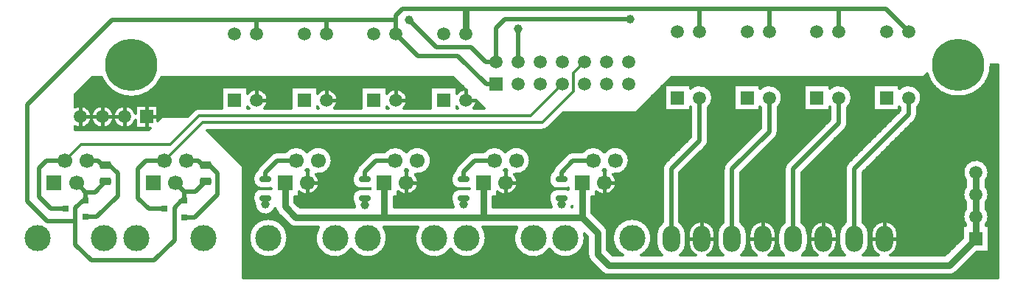
<source format=gbl>
G04 Layer_Physical_Order=2*
G04 Layer_Color=16750848*
%FSLAX42Y42*%
%MOMM*%
G71*
G01*
G75*
%ADD10C,0.30*%
G04:AMPARAMS|DCode=12|XSize=0.7mm|YSize=1.3mm|CornerRadius=0.17mm|HoleSize=0mm|Usage=FLASHONLY|Rotation=270.000|XOffset=0mm|YOffset=0mm|HoleType=Round|Shape=RoundedRectangle|*
%AMROUNDEDRECTD12*
21,1,0.70,0.95,0,0,270.0*
21,1,0.35,1.30,0,0,270.0*
1,1,0.35,-0.47,-0.17*
1,1,0.35,-0.47,0.17*
1,1,0.35,0.47,0.17*
1,1,0.35,0.47,-0.17*
%
%ADD12ROUNDEDRECTD12*%
%ADD15C,0.50*%
%ADD16C,0.80*%
%ADD18C,0.40*%
%ADD20C,6.00*%
%ADD21C,1.50*%
%ADD22R,1.50X1.50*%
%ADD23C,1.50*%
%ADD24R,1.50X1.50*%
%ADD25R,1.50X1.50*%
%ADD26C,1.70*%
%ADD27C,3.00*%
%ADD28R,1.70X1.70*%
%ADD29O,2.00X3.00*%
%ADD30C,1.00*%
G04:AMPARAMS|DCode=31|XSize=0.9mm|YSize=1.3mm|CornerRadius=0.23mm|HoleSize=0mm|Usage=FLASHONLY|Rotation=270.000|XOffset=0mm|YOffset=0mm|HoleType=Round|Shape=RoundedRectangle|*
%AMROUNDEDRECTD31*
21,1,0.90,0.85,0,0,270.0*
21,1,0.45,1.30,0,0,270.0*
1,1,0.45,-0.42,-0.23*
1,1,0.45,-0.42,0.23*
1,1,0.45,0.42,0.23*
1,1,0.45,0.42,-0.23*
%
%ADD31ROUNDEDRECTD31*%
G04:AMPARAMS|DCode=32|XSize=0.76mm|YSize=0.76mm|CornerRadius=0.19mm|HoleSize=0mm|Usage=FLASHONLY|Rotation=90.000|XOffset=0mm|YOffset=0mm|HoleType=Round|Shape=RoundedRectangle|*
%AMROUNDEDRECTD32*
21,1,0.76,0.38,0,0,90.0*
21,1,0.38,0.76,0,0,90.0*
1,1,0.38,0.19,0.19*
1,1,0.38,0.19,-0.19*
1,1,0.38,-0.19,-0.19*
1,1,0.38,-0.19,0.19*
%
%ADD32ROUNDEDRECTD32*%
D10*
X-7703Y-1992D02*
G03*
X-7703Y-1992I-225J0D01*
G01*
D02*
G03*
X-7703Y-1992I-225J0D01*
G01*
X-7694Y-1836D02*
G03*
X-7612Y-1870I81J81D01*
G01*
X-7694Y-1836D02*
G03*
X-7612Y-1870I81J81D01*
G01*
X-7351D02*
G03*
X-6975Y-2117I189J-122D01*
G01*
X-7351Y-1870D02*
G03*
X-6975Y-2117I189J-122D01*
G01*
X-6975D02*
G03*
X-6562Y-1992I187J125D01*
G01*
X-6975Y-2117D02*
G03*
X-6562Y-1992I187J125D01*
G01*
D02*
G03*
X-6598Y-1870I-225J0D01*
G01*
X-6562Y-1992D02*
G03*
X-6598Y-1870I-225J0D01*
G01*
X-8102Y-1549D02*
G03*
X-8087Y-1599I93J0D01*
G01*
X-8087Y-1599D02*
G03*
X-7848Y-1653I125J-3D01*
G01*
X-8010Y-1422D02*
G03*
X-8102Y-1515I0J-93D01*
G01*
X-7848Y-1653D02*
G03*
X-7816Y-1714I113J21D01*
G01*
X-7848Y-1653D02*
G03*
X-7816Y-1714I113J21D01*
G01*
X-8059Y-1217D02*
G03*
X-8102Y-1294I50J-78D01*
G01*
X-8033Y-1169D02*
G03*
X-8059Y-1217I71J-71D01*
G01*
X-7895Y-1424D02*
G03*
X-7914Y-1422I-19J-90D01*
G01*
X-7575Y-1460D02*
G03*
X-7341Y-1356I94J104D01*
G01*
X-7914Y-1422D02*
G03*
X-7895Y-1420I0J93D01*
G01*
X-8102Y-1330D02*
G03*
X-8010Y-1422I93J0D01*
G01*
X-7465Y-1217D02*
G03*
X-7497Y-1217I-16J-139D01*
G01*
X-8033Y-1169D02*
G03*
X-8059Y-1217I71J-71D01*
G01*
X-7497Y-1217D02*
G03*
X-7481Y-1200I-111J115D01*
G01*
D02*
G03*
X-7465Y-1217I127J97D01*
G01*
X-6962Y-1555D02*
G03*
X-6942Y-1611I93J0D01*
G01*
X-6942Y-1611D02*
G03*
X-6938Y-1640I125J4D01*
G01*
X-6870Y-1427D02*
G03*
X-6962Y-1519I0J-93D01*
G01*
X-7341Y-1356D02*
G03*
X-7379Y-1261I-140J0D01*
G01*
X-7379Y-1261D02*
G03*
X-7194Y-1102I25J158D01*
G01*
X-6921Y-1223D02*
G03*
X-6962Y-1299I52J-77D01*
G01*
Y-1335D02*
G03*
X-6870Y-1427I93J0D01*
G01*
X-6755Y-1429D02*
G03*
X-6774Y-1427I-19J-90D01*
G01*
D02*
G03*
X-6755Y-1425I-0J93D01*
G01*
X-6893Y-1164D02*
G03*
X-6921Y-1223I71J-71D01*
G01*
X-6893Y-1164D02*
G03*
X-6921Y-1223I71J-71D01*
G01*
X-6357Y-1217D02*
G03*
X-6341Y-1200I-111J115D01*
G01*
X-6325Y-1217D02*
G03*
X-6357Y-1217I-16J-139D01*
G01*
X-6341Y-1200D02*
G03*
X-6325Y-1217I127J97D01*
G01*
X-5836Y-2118D02*
G03*
X-5425Y-1992I186J127D01*
G01*
X-6211Y-1870D02*
G03*
X-5836Y-2118I189J-122D01*
G01*
X-6211Y-1870D02*
G03*
X-5836Y-2118I189J-122D01*
G01*
D02*
G03*
X-5425Y-1992I186J127D01*
G01*
D02*
G03*
X-5461Y-1870I-225J0D01*
G01*
X-5425Y-1992D02*
G03*
X-5461Y-1870I-225J0D01*
G01*
X-4699Y-2120D02*
G03*
X-4290Y-1992I185J129D01*
G01*
X-5073Y-1870D02*
G03*
X-4699Y-2120I189J-122D01*
G01*
X-5073Y-1870D02*
G03*
X-4699Y-2120I189J-122D01*
G01*
D02*
G03*
X-4290Y-1992I185J129D01*
G01*
D02*
G03*
X-4295Y-1945I-225J0D01*
G01*
X-4290Y-1992D02*
G03*
X-4295Y-1945I-225J0D01*
G01*
X-4260Y-2177D02*
G03*
X-4226Y-2259I115J0D01*
G01*
X-4260Y-2177D02*
G03*
X-4226Y-2259I115J0D01*
G01*
X-6435Y-1460D02*
G03*
X-6201Y-1356I94J104D01*
G01*
X-5810Y-1608D02*
G03*
X-5805Y-1640I125J3D01*
G01*
X-5827Y-1555D02*
G03*
X-5810Y-1608I93J0D01*
G01*
X-5735Y-1427D02*
G03*
X-5827Y-1519I0J-93D01*
G01*
X-6201Y-1356D02*
G03*
X-6239Y-1261I-140J0D01*
G01*
X-6239Y-1261D02*
G03*
X-6054Y-1102I25J158D01*
G01*
X-5786Y-1223D02*
G03*
X-5827Y-1299I52J-77D01*
G01*
X-5297Y-1460D02*
G03*
X-5063Y-1356I94J104D01*
G01*
X-5639Y-1427D02*
G03*
X-5617Y-1424I-0J93D01*
G01*
Y-1430D02*
G03*
X-5639Y-1427I-22J-90D01*
G01*
X-5758Y-1164D02*
G03*
X-5786Y-1223I71J-71D01*
G01*
X-5827Y-1335D02*
G03*
X-5735Y-1427I93J0D01*
G01*
X-5758Y-1164D02*
G03*
X-5786Y-1223I71J-71D01*
G01*
X-5188Y-1217D02*
G03*
X-5219Y-1217I-16J-139D01*
G01*
X-5219Y-1217D02*
G03*
X-5203Y-1200I-111J115D01*
G01*
X-4441Y-1640D02*
G03*
X-4438Y-1627I-119J38D01*
G01*
X-4702Y-1555D02*
G03*
X-4685Y-1608I93J0D01*
G01*
X-4685Y-1608D02*
G03*
X-4679Y-1640I125J6D01*
G01*
X-4610Y-1427D02*
G03*
X-4702Y-1519I0J-93D01*
G01*
X-5063Y-1356D02*
G03*
X-5102Y-1261I-140J0D01*
G01*
X-5203Y-1200D02*
G03*
X-5188Y-1217I127J97D01*
G01*
X-5102Y-1261D02*
G03*
X-4917Y-1102I25J158D01*
G01*
X-4515Y-1427D02*
G03*
X-4483Y-1421I0J93D01*
G01*
Y-1433D02*
G03*
X-4515Y-1427I-32J-87D01*
G01*
X-4661Y-1223D02*
G03*
X-4702Y-1299I51J-77D01*
G01*
Y-1335D02*
G03*
X-4610Y-1427I93J0D01*
G01*
X-4162Y-1460D02*
G03*
X-3928Y-1356I94J104D01*
G01*
X-4633Y-1166D02*
G03*
X-4661Y-1223I71J-71D01*
G01*
X-4633Y-1166D02*
G03*
X-4661Y-1223I71J-71D01*
G01*
X-10150Y-714D02*
G03*
X-9960Y-628I63J114D01*
G01*
X-9960D02*
G03*
X-9706Y-628I127J28D01*
G01*
X-9706D02*
G03*
X-9455Y-639I127J28D01*
G01*
X-7825Y-1002D02*
G03*
X-7896Y-1032I0J-100D01*
G01*
X-7825Y-1002D02*
G03*
X-7896Y-1032I0J-100D01*
G01*
X-7481Y-1005D02*
G03*
X-7733Y-1002I-127J-97D01*
G01*
X-8720Y-500D02*
G03*
X-8784Y-526I0J-90D01*
G01*
X-8720Y-500D02*
G03*
X-8784Y-526I0J-90D01*
G01*
X-8164Y-486D02*
G03*
X-8152Y-500I104J78D01*
G01*
X-9960Y-572D02*
G03*
X-10150Y-486I-127J-28D01*
G01*
X-9706Y-572D02*
G03*
X-9960Y-572I-127J-28D01*
G01*
X-9455Y-561D02*
G03*
X-9706Y-572I-124J-39D01*
G01*
X-9844Y-150D02*
G03*
X-9156Y-150I344J150D01*
G01*
X-7968Y-500D02*
G03*
X-7930Y-408I-92J92D01*
G01*
D02*
G03*
X-8164Y-330I-130J0D01*
G01*
X-7194Y-1102D02*
G03*
X-7481Y-1005I-160J0D01*
G01*
X-6690Y-1002D02*
G03*
X-6761Y-1032I0J-100D01*
G01*
X-6690Y-1002D02*
G03*
X-6761Y-1032I0J-100D01*
G01*
X-6054Y-1102D02*
G03*
X-6341Y-1005I-160J0D01*
G01*
D02*
G03*
X-6593Y-1002I-127J-97D01*
G01*
X-5555D02*
G03*
X-5626Y-1032I0J-100D01*
G01*
X-5555Y-1002D02*
G03*
X-5626Y-1032I0J-100D01*
G01*
X-4917Y-1102D02*
G03*
X-5203Y-1005I-160J0D01*
G01*
D02*
G03*
X-5455Y-1002I-127J-97D01*
G01*
X-4428D02*
G03*
X-4498Y-1032I0J-100D01*
G01*
X-4428Y-1002D02*
G03*
X-4498Y-1032I0J-100D01*
G01*
X-4069Y-1005D02*
G03*
X-4320Y-1002I-127J-97D01*
G01*
X-4778Y-753D02*
G03*
X-4714Y-726I0J90D01*
G01*
X-4778Y-753D02*
G03*
X-4714Y-726I0J90D01*
G01*
X-7364Y-486D02*
G03*
X-7352Y-500I104J78D01*
G01*
X-7130Y-408D02*
G03*
X-7364Y-330I-130J0D01*
G01*
X-7168Y-500D02*
G03*
X-7130Y-408I-92J92D01*
G01*
X-6564Y-486D02*
G03*
X-6552Y-500I104J78D01*
G01*
X-6330Y-408D02*
G03*
X-6564Y-330I-130J0D01*
G01*
X-6368Y-500D02*
G03*
X-6330Y-408I-92J92D01*
G01*
X-5764Y-486D02*
G03*
X-5752Y-500I104J78D01*
G01*
X-5568D02*
G03*
X-5531Y-419I-92J92D01*
G01*
X-5671Y-279D02*
G03*
X-5764Y-330I11J-129D01*
G01*
X-4099Y-2386D02*
G03*
X-4017Y-2420I81J81D01*
G01*
X-4099Y-2386D02*
G03*
X-4017Y-2420I81J81D01*
G01*
X-3105Y-2052D02*
G03*
X-3020Y-2190I155J0D01*
G01*
X-3643D02*
G03*
X-3524Y-1992I-106J199D01*
G01*
X-3643Y-2190D02*
G03*
X-3524Y-1992I-106J199D01*
G01*
X-4030Y-1933D02*
G03*
X-4064Y-1851I-115J0D01*
G01*
X-4030Y-1933D02*
G03*
X-4064Y-1851I-115J0D01*
G01*
X-3524Y-1992D02*
G03*
X-3855Y-2190I-225J0D01*
G01*
X-3524Y-1992D02*
G03*
X-3855Y-2190I-225J0D01*
G01*
X-3474Y-2052D02*
G03*
X-3407Y-2190I175J0D01*
G01*
X-3192D02*
G03*
X-3125Y-2052I-108J138D01*
G01*
X-3399Y-1808D02*
G03*
X-3474Y-1952I100J-144D01*
G01*
X-3125D02*
G03*
X-3200Y-1808I-175J0D01*
G01*
X-2794Y-1952D02*
G03*
X-3105Y-1952I-155J0D01*
G01*
X-2879Y-2190D02*
G03*
X-2794Y-2052I-71J138D01*
G01*
X-2775D02*
G03*
X-2707Y-2190I175J0D01*
G01*
X-2492D02*
G03*
X-2425Y-2052I-108J138D01*
G01*
X-2700Y-1808D02*
G03*
X-2775Y-1952I100J-144D01*
G01*
X-2425D02*
G03*
X-2500Y-1808I-175J0D01*
G01*
X-2405Y-2052D02*
G03*
X-2320Y-2190I155J0D01*
G01*
X-2179D02*
G03*
X-2094Y-2052I-71J138D01*
G01*
X-2075D02*
G03*
X-2007Y-2190I175J0D01*
G01*
X-2094Y-1952D02*
G03*
X-2405Y-1952I-155J0D01*
G01*
X-1479Y-2190D02*
G03*
X-1394Y-2052I-71J138D01*
G01*
X-1092Y-2190D02*
G03*
X-1024Y-2052I-108J138D01*
G01*
X-1374D02*
G03*
X-1307Y-2190I175J0D01*
G01*
X-105Y-2420D02*
G03*
X-24Y-2386I0J115D01*
G01*
X-105Y-2420D02*
G03*
X-24Y-2386I0J115D01*
G01*
X-1792Y-2190D02*
G03*
X-1725Y-2052I-108J138D01*
G01*
X-1705D02*
G03*
X-1620Y-2190I155J0D01*
G01*
X-1725Y-1952D02*
G03*
X-1800Y-1808I-175J0D01*
G01*
X-2000D02*
G03*
X-2075Y-1952I100J-144D01*
G01*
X-1394D02*
G03*
X-1705Y-1952I-155J0D01*
G01*
X-1005Y-2052D02*
G03*
X-920Y-2190I155J0D01*
G01*
X-1299Y-1808D02*
G03*
X-1374Y-1952I100J-144D01*
G01*
X-1024D02*
G03*
X-1099Y-1808I-175J0D01*
G01*
X-695Y-1952D02*
G03*
X-1005Y-1952I-155J0D01*
G01*
X-779Y-2190D02*
G03*
X-695Y-2052I-71J138D01*
G01*
X85Y-1650D02*
G03*
X85Y-1842I115J-96D01*
G01*
X315D02*
G03*
X350Y-1746I-115J96D01*
G01*
X-3928Y-1356D02*
G03*
X-3967Y-1261I-140J0D01*
G01*
X-4084Y-1217D02*
G03*
X-4069Y-1200I-111J115D01*
G01*
X-4053Y-1217D02*
G03*
X-4084Y-1217I-16J-139D01*
G01*
X-4069Y-1200D02*
G03*
X-4053Y-1217I127J97D01*
G01*
X-3781Y-1102D02*
G03*
X-4069Y-1005I-160J0D01*
G01*
X-3370Y-1129D02*
G03*
X-3399Y-1199I71J-71D01*
G01*
X-3370Y-1129D02*
G03*
X-3399Y-1199I71J-71D01*
G01*
X-3967Y-1261D02*
G03*
X-3781Y-1102I25J158D01*
G01*
X-2670Y-1129D02*
G03*
X-2700Y-1199I71J-71D01*
G01*
X-2670Y-1129D02*
G03*
X-2700Y-1199I71J-71D01*
G01*
X-1970Y-1129D02*
G03*
X-2000Y-1199I71J-71D01*
G01*
X-1970Y-1129D02*
G03*
X-2000Y-1199I71J-71D01*
G01*
X-2902Y-944D02*
G03*
X-2873Y-873I-71J71D01*
G01*
X-2902Y-944D02*
G03*
X-2873Y-873I-71J71D01*
G01*
X-2102Y-844D02*
G03*
X-2073Y-773I-71J71D01*
G01*
X-2102Y-844D02*
G03*
X-2073Y-773I-71J71D01*
G01*
X-2873Y-493D02*
G03*
X-2823Y-381I-100J112D01*
G01*
D02*
G03*
X-3077Y-273I-150J0D01*
G01*
X-2073Y-493D02*
G03*
X-2023Y-381I-100J112D01*
G01*
D02*
G03*
X-2277Y-273I-150J0D01*
G01*
X-1270Y-1129D02*
G03*
X-1299Y-1199I71J-71D01*
G01*
X-1270Y-1129D02*
G03*
X-1299Y-1199I71J-71D01*
G01*
X-1302Y-744D02*
G03*
X-1273Y-673I-71J71D01*
G01*
X-1302Y-744D02*
G03*
X-1273Y-673I-71J71D01*
G01*
X350Y-1746D02*
G03*
X315Y-1650I-150J0D01*
G01*
X85Y-1396D02*
G03*
X85Y-1588I115J-96D01*
G01*
X350Y-1492D02*
G03*
X315Y-1396I-150J0D01*
G01*
Y-1588D02*
G03*
X350Y-1492I-115J96D01*
G01*
X315Y-1334D02*
G03*
X350Y-1238I-115J96D01*
G01*
D02*
G03*
X85Y-1334I-150J0D01*
G01*
X-1273Y-493D02*
G03*
X-1223Y-381I-100J112D01*
G01*
D02*
G03*
X-1477Y-273I-150J0D01*
G01*
X-502Y-644D02*
G03*
X-473Y-573I-71J71D01*
G01*
X-502Y-644D02*
G03*
X-473Y-573I-71J71D01*
G01*
X-423Y-381D02*
G03*
X-677Y-273I-150J0D01*
G01*
X-473Y-493D02*
G03*
X-423Y-381I-100J112D01*
G01*
X-359Y-109D02*
G03*
X375Y0I359J109D01*
G01*
X-4420Y-97D02*
X-4296Y27D01*
X-4778Y-662D02*
X-4420Y-305D01*
Y-97D01*
X-4913Y-590D02*
X-4550Y-227D01*
X-10261Y-1105D02*
X-10075Y-920D01*
X-9123Y-1105D02*
X-8681Y-662D01*
X-4778D01*
X-10075Y-920D02*
X-9050D01*
X-8720Y-590D01*
X-4913D01*
X-8013Y-2450D02*
Y-2200D01*
X-7983Y-2450D02*
Y-2210D01*
X-8043Y-2450D02*
Y-2185D01*
X-8218Y-2203D02*
X-8005D01*
X-7893Y-2450D02*
Y-2214D01*
X-7863Y-2450D02*
Y-2207D01*
X-7953Y-2450D02*
Y-2215D01*
X-7923Y-2450D02*
Y-2216D01*
X-8218Y-2143D02*
X-8094D01*
X-8218Y-2173D02*
X-8061D01*
X-8218Y-2023D02*
X-8150D01*
X-8218Y-2113D02*
X-8117D01*
X-8103Y-2450D02*
Y-2132D01*
X-8073Y-2450D02*
Y-2163D01*
X-8218Y-2053D02*
X-8144D01*
X-8133Y-2450D02*
Y-2083D01*
X-8218Y-2083D02*
X-8133D01*
X-7833Y-2450D02*
Y-2196D01*
X-7803Y-2450D02*
Y-2179D01*
X-7794Y-2173D02*
X-7295D01*
X-7850Y-2203D02*
X-7239D01*
X-7773Y-2450D02*
Y-2155D01*
X-7743Y-2450D02*
Y-2120D01*
X-7738Y-2113D02*
X-7351D01*
X-7761Y-2143D02*
X-7328D01*
X-7713Y-2450D02*
Y-2059D01*
X-7722Y-2083D02*
X-7367D01*
X-7683Y-2450D02*
Y-1846D01*
X-7653Y-2450D02*
Y-1863D01*
X-7623Y-2450D02*
Y-1870D01*
X-7711Y-2053D02*
X-7378D01*
X-7705Y-2023D02*
X-7384D01*
X-8218Y-1873D02*
X-8119D01*
X-8218Y-1843D02*
X-8096D01*
X-8218Y-1813D02*
X-8064D01*
X-8218Y-1783D02*
X-8011D01*
X-8218Y-1993D02*
X-8152D01*
X-8218Y-1963D02*
X-8151D01*
X-8218Y-1933D02*
X-8145D01*
X-8218Y-1903D02*
X-8134D01*
X-8043Y-1798D02*
Y-1698D01*
X-8013Y-1783D02*
Y-1717D01*
X-8218Y-1693D02*
X-8049D01*
X-8218Y-1723D02*
X-7997D01*
X-7983Y-1773D02*
Y-1726D01*
X-7833Y-1787D02*
Y-1693D01*
X-7953Y-1768D02*
Y-1727D01*
X-7923Y-1767D02*
Y-1721D01*
X-7893Y-1769D02*
Y-1706D01*
X-7710Y-1933D02*
X-7379D01*
X-7721Y-1903D02*
X-7368D01*
X-7759Y-1843D02*
X-7687D01*
X-7736Y-1873D02*
X-7353D01*
X-7703Y-1993D02*
X-7386D01*
X-7704Y-1963D02*
X-7385D01*
X-7844Y-1783D02*
X-7748D01*
X-7816Y-1714D02*
X-7694Y-1836D01*
X-7928Y-1723D02*
X-7808D01*
X-8218Y-1753D02*
X-7778D01*
X-7743Y-1863D02*
Y-1787D01*
X-7713Y-1924D02*
Y-1817D01*
X-7803Y-1804D02*
Y-1727D01*
X-7791Y-1813D02*
X-7718D01*
X-7773Y-1828D02*
Y-1757D01*
X-7263Y-2450D02*
Y-2192D01*
X-7233Y-2450D02*
Y-2205D01*
X-7323Y-2450D02*
Y-2148D01*
X-7293Y-2450D02*
Y-2174D01*
X-7143Y-2450D02*
Y-2216D01*
X-7113Y-2450D02*
Y-2211D01*
X-7203Y-2450D02*
Y-2213D01*
X-7173Y-2450D02*
Y-2216D01*
X-7533Y-2450D02*
Y-1870D01*
X-7503Y-2450D02*
Y-1870D01*
X-7593Y-2450D02*
Y-1870D01*
X-7563Y-2450D02*
Y-1870D01*
X-7383Y-2450D02*
Y-2031D01*
X-7353Y-2450D02*
Y-2110D01*
X-7473Y-2450D02*
Y-1870D01*
X-7413Y-2450D02*
Y-1870D01*
X-7443Y-2450D02*
Y-1870D01*
X-6873Y-2450D02*
Y-2200D01*
X-6843Y-2450D02*
Y-2210D01*
X-7083Y-2450D02*
Y-2202D01*
X-7053Y-2450D02*
Y-2189D01*
X-6753Y-2450D02*
Y-2214D01*
X-6723Y-2450D02*
Y-2207D01*
X-6813Y-2450D02*
Y-2215D01*
X-6783Y-2450D02*
Y-2216D01*
X-6963Y-2450D02*
Y-2132D01*
X-6933Y-2450D02*
Y-2163D01*
X-7023Y-2450D02*
Y-2169D01*
X-6993Y-2450D02*
Y-2141D01*
X-6333Y-2450D02*
Y-1870D01*
X-6303Y-2450D02*
Y-1870D01*
X-6903Y-2450D02*
Y-2185D01*
X-6363Y-2450D02*
Y-1870D01*
X-6393Y-2450D02*
Y-1870D01*
X-7084Y-2203D02*
X-6865D01*
X-6693Y-2450D02*
Y-2196D01*
X-6995Y-2143D02*
X-6954D01*
X-7028Y-2173D02*
X-6921D01*
X-6603Y-2450D02*
Y-2120D01*
X-6573Y-2450D02*
Y-2059D01*
X-6663Y-2450D02*
Y-2179D01*
X-6633Y-2450D02*
Y-2155D01*
X-7383Y-1952D02*
Y-1870D01*
X-7612D02*
X-7351D01*
X-6573Y-1924D02*
Y-1870D01*
X-6571Y-2053D02*
X-6238D01*
X-6582Y-2083D02*
X-6227D01*
X-6565Y-2023D02*
X-6244D01*
X-6570Y-1933D02*
X-6239D01*
X-6243Y-2450D02*
Y-2031D01*
X-6213Y-2450D02*
Y-2110D01*
X-6563Y-1993D02*
X-6246D01*
X-6564Y-1963D02*
X-6245D01*
X-6543Y-2450D02*
Y-1870D01*
X-6513Y-2450D02*
Y-1870D01*
X-6581Y-1903D02*
X-6228D01*
X-6596Y-1873D02*
X-6213D01*
X-6483Y-2450D02*
Y-1870D01*
X-6453Y-2450D02*
Y-1870D01*
X-6423Y-2450D02*
Y-1870D01*
X-6243Y-1952D02*
Y-1870D01*
X-6273Y-2450D02*
Y-1870D01*
X-8218Y-1633D02*
X-8084D01*
X-8218Y-1663D02*
X-8072D01*
X-8218Y-1573D02*
X-8099D01*
X-8218Y-1603D02*
X-8088D01*
X-8073Y-1820D02*
Y-1661D01*
X-7863Y-1776D02*
Y-1678D01*
X-8218Y-2450D02*
Y-1168D01*
X-8193Y-2450D02*
Y-753D01*
X-8218Y-1543D02*
X-8102D01*
X-8218Y-1513D02*
X-8102D01*
X-8163Y-2450D02*
Y-753D01*
X-8133Y-1900D02*
Y-753D01*
X-8103Y-1851D02*
Y-753D01*
X-8102Y-1549D02*
Y-1515D01*
X-7876Y-1693D02*
X-7833D01*
X-7620Y-1573D02*
X-6960D01*
X-7620Y-1585D02*
X-7565Y-1640D01*
X-6938D01*
X-7602Y-1603D02*
X-6948D01*
X-7572Y-1633D02*
X-6940D01*
X-7620Y-1585D02*
Y-1516D01*
X-7593Y-1612D02*
Y-1516D01*
X-7620D02*
X-7575D01*
X-7620Y-1543D02*
X-6962D01*
X-7533Y-1640D02*
Y-1486D01*
X-7503Y-1640D02*
Y-1495D01*
X-7575Y-1516D02*
Y-1460D01*
Y-1513D02*
X-6962D01*
X-7563Y-1640D02*
Y-1470D01*
X-8218Y-1483D02*
X-8096D01*
X-8218Y-1453D02*
X-8078D01*
X-8218Y-1303D02*
X-8102D01*
X-8218Y-1393D02*
X-8077D01*
X-8073Y-1447D02*
Y-1397D01*
X-8043Y-1428D02*
Y-1416D01*
X-8218Y-1333D02*
X-8102D01*
X-8218Y-1363D02*
X-8096D01*
X-8218Y-1273D02*
X-8099D01*
X-8218Y-1243D02*
X-8086D01*
X-8218Y-1213D02*
X-8058D01*
X-8218Y-1183D02*
X-8044D01*
X-8102Y-1330D02*
Y-1294D01*
X-8073Y-1227D02*
Y-753D01*
X-8043Y-1181D02*
Y-753D01*
X-8218Y-1423D02*
X-8020D01*
X-8010Y-1422D02*
X-7914D01*
X-8010D02*
X-7914D01*
X-7575Y-1483D02*
X-7542D01*
X-7904Y-1423D02*
X-7895D01*
X-7492Y-1213D02*
X-7470D01*
X-7413Y-1640D02*
Y-1479D01*
X-7383Y-1640D02*
Y-1456D01*
X-7473Y-1640D02*
Y-1496D01*
X-7443Y-1640D02*
Y-1491D01*
X-7293Y-1640D02*
Y-1250D01*
X-7263Y-1640D02*
Y-1234D01*
X-7353Y-1640D02*
Y-1413D01*
X-7323Y-1640D02*
Y-1259D01*
X-7173Y-1640D02*
Y-753D01*
X-7143Y-1640D02*
Y-753D01*
X-7233Y-1640D02*
Y-1207D01*
X-7203Y-1640D02*
Y-1155D01*
X-7023Y-1640D02*
Y-753D01*
X-6993Y-1640D02*
Y-753D01*
X-7113Y-1640D02*
Y-753D01*
X-7053Y-1640D02*
Y-753D01*
X-7083Y-1640D02*
Y-753D01*
X-6962Y-1555D02*
Y-1519D01*
X-6480Y-1516D02*
X-6435D01*
X-6363Y-1640D02*
Y-1495D01*
X-6333Y-1640D02*
Y-1496D01*
X-6480Y-1640D02*
Y-1516D01*
X-6453Y-1640D02*
Y-1516D01*
X-6963Y-1640D02*
Y-753D01*
X-6423Y-1640D02*
Y-1470D01*
X-6435Y-1516D02*
Y-1460D01*
X-6243Y-1640D02*
Y-1457D01*
X-6213Y-1640D02*
Y-1413D01*
X-6393Y-1640D02*
Y-1486D01*
X-6303Y-1640D02*
Y-1491D01*
X-6273Y-1640D02*
Y-1479D01*
X-7420Y-1483D02*
X-6954D01*
X-7379Y-1453D02*
X-6933D01*
X-7352Y-1303D02*
X-6962D01*
X-7346Y-1393D02*
X-6941D01*
X-7341Y-1363D02*
X-6958D01*
X-6933Y-1452D02*
Y-1402D01*
X-7343Y-1333D02*
X-6962D01*
Y-1335D02*
Y-1299D01*
X-7353Y-1300D02*
Y-1262D01*
X-7369Y-1273D02*
X-6958D01*
X-7277Y-1243D02*
X-6942D01*
X-6933Y-1232D02*
Y-753D01*
X-7238Y-1213D02*
X-6920D01*
X-7216Y-1183D02*
X-6907D01*
X-6903Y-1433D02*
Y-1421D01*
X-7358Y-1423D02*
X-6898D01*
X-6869Y-1427D02*
X-6775D01*
X-6435Y-1483D02*
X-6402D01*
X-6869Y-1427D02*
X-6775D01*
X-6903Y-1176D02*
Y-753D01*
X-6213Y-1300D02*
Y-1262D01*
X-6352Y-1213D02*
X-6330D01*
X-6033Y-2450D02*
Y-2216D01*
X-6003Y-2450D02*
Y-2216D01*
X-6093Y-2450D02*
Y-2205D01*
X-6063Y-2450D02*
Y-2213D01*
X-5733Y-2450D02*
Y-2201D01*
X-5703Y-2450D02*
Y-2210D01*
X-5973Y-2450D02*
Y-2211D01*
X-5943Y-2450D02*
Y-2202D01*
X-6123Y-2450D02*
Y-2192D01*
X-5913Y-2450D02*
Y-2189D01*
X-6183Y-2450D02*
Y-2148D01*
X-6153Y-2450D02*
Y-2174D01*
X-5793Y-2450D02*
Y-2165D01*
X-5763Y-2450D02*
Y-2186D01*
X-5883Y-2450D02*
Y-2169D01*
X-5853Y-2450D02*
Y-2141D01*
X-5823Y-2450D02*
Y-2135D01*
X-8218Y-2443D02*
X450D01*
X-8218Y-2450D02*
X450D01*
X-8218Y-2383D02*
X-4103D01*
X-8218Y-2413D02*
X-4058D01*
X-5643Y-2450D02*
Y-2216D01*
X-5613Y-2450D02*
Y-2213D01*
X-5673Y-2450D02*
Y-2215D01*
X-8218Y-2353D02*
X-4133D01*
X-5523Y-2450D02*
Y-2177D01*
X-5493Y-2450D02*
Y-2153D01*
X-5583Y-2450D02*
Y-2206D01*
X-5553Y-2450D02*
Y-2195D01*
X-5373Y-2450D02*
Y-1870D01*
X-5343Y-2450D02*
Y-1870D01*
X-5463Y-2450D02*
Y-2117D01*
X-5433Y-2450D02*
Y-2051D01*
X-5403Y-2450D02*
Y-1870D01*
X-6654Y-2173D02*
X-6155D01*
X-6710Y-2203D02*
X-6099D01*
X-6598Y-2113D02*
X-6211D01*
X-6621Y-2143D02*
X-6188D01*
X-5944Y-2203D02*
X-5728D01*
X-5855Y-2143D02*
X-5817D01*
X-5888Y-2173D02*
X-5783D01*
X-6595Y-1870D02*
X-6211D01*
X-6480Y-1633D02*
X-5807D01*
X-6480Y-1640D02*
X-5805D01*
X-5433Y-1932D02*
Y-1870D01*
X-8218Y-2293D02*
X-4193D01*
X-8218Y-2323D02*
X-4163D01*
X-8218Y-2233D02*
X-4246D01*
X-8218Y-2263D02*
X-4223D01*
X-5517Y-2173D02*
X-5017D01*
X-5572Y-2203D02*
X-4962D01*
X-5460Y-2113D02*
X-5074D01*
X-5483Y-2143D02*
X-5051D01*
X-5443Y-1903D02*
X-5091D01*
X-5444Y-2083D02*
X-5090D01*
X-5459Y-1873D02*
X-5075D01*
X-5461Y-1870D02*
X-5073D01*
X-5427Y-2023D02*
X-5107D01*
X-5433Y-2053D02*
X-5101D01*
X-5425Y-1993D02*
X-5109D01*
X-5427Y-1963D02*
X-5107D01*
X-5433Y-1933D02*
X-5101D01*
X-4983Y-2450D02*
Y-2194D01*
X-4953Y-2450D02*
Y-2206D01*
X-5043Y-2450D02*
Y-2151D01*
X-5013Y-2450D02*
Y-2176D01*
X-4863Y-2450D02*
Y-2216D01*
X-4833Y-2450D02*
Y-2211D01*
X-4923Y-2450D02*
Y-2213D01*
X-4893Y-2450D02*
Y-2216D01*
X-5253Y-2450D02*
Y-1870D01*
X-5223Y-2450D02*
Y-1870D01*
X-5313Y-2450D02*
Y-1870D01*
X-5283Y-2450D02*
Y-1870D01*
X-5103Y-2450D02*
Y-2043D01*
X-5073Y-2450D02*
Y-2114D01*
X-5193Y-2450D02*
Y-1870D01*
X-5133Y-2450D02*
Y-1870D01*
X-5163Y-2450D02*
Y-1870D01*
X-4533Y-2450D02*
Y-2216D01*
X-4503Y-2450D02*
Y-2216D01*
X-4593Y-2450D02*
Y-2203D01*
X-4563Y-2450D02*
Y-2211D01*
X-4233Y-2450D02*
Y-2252D01*
X-4203Y-2450D02*
Y-2282D01*
X-4473Y-2450D02*
Y-2213D01*
X-4443Y-2450D02*
Y-2205D01*
X-4743Y-2450D02*
Y-2167D01*
X-4713Y-2450D02*
Y-2138D01*
X-4803Y-2450D02*
Y-2201D01*
X-4773Y-2450D02*
Y-2187D01*
X-4323Y-2450D02*
Y-2109D01*
X-4293Y-2450D02*
Y-2028D01*
X-4683Y-2450D02*
Y-2141D01*
X-4623Y-2450D02*
Y-2189D01*
X-4653Y-2450D02*
Y-2169D01*
X-4806Y-2203D02*
X-4593D01*
X-4717Y-2143D02*
X-4682D01*
X-4751Y-2173D02*
X-4648D01*
X-4413Y-2450D02*
Y-2192D01*
X-4383Y-2450D02*
Y-2174D01*
X-4353Y-2450D02*
Y-2148D01*
X-4382Y-2173D02*
X-4260D01*
X-5103Y-1940D02*
Y-1870D01*
X-5342Y-1640D02*
X-4679D01*
X-4263Y-2450D02*
Y-1977D01*
X-4292Y-1963D02*
X-4278D01*
X-4348Y-2143D02*
X-4260D01*
X-4437Y-2203D02*
X-4257D01*
X-4309Y-2083D02*
X-4260D01*
X-4325Y-2113D02*
X-4260D01*
X-4173Y-2450D02*
Y-2312D01*
X-4226Y-2259D02*
X-4099Y-2386D01*
X-4298Y-2053D02*
X-4260D01*
X-4292Y-2023D02*
X-4260D01*
Y-2177D02*
Y-1980D01*
X-4295Y-1945D02*
X-4260Y-1980D01*
X-4290Y-1993D02*
X-4260D01*
X-4208Y-1707D02*
X-4064Y-1851D01*
X-4162Y-1753D02*
X-3399D01*
X-4208Y-1663D02*
X-3399D01*
X-4192Y-1723D02*
X-3399D01*
X-4208Y-1693D02*
X-3399D01*
X-6480Y-1543D02*
X-5827D01*
X-6480Y-1573D02*
X-5825D01*
X-6435Y-1513D02*
X-5827D01*
X-6183Y-1640D02*
Y-1259D01*
X-6153Y-1640D02*
Y-1250D01*
X-6123Y-1640D02*
Y-1234D01*
X-5827Y-1555D02*
Y-1519D01*
X-6033Y-1640D02*
Y-753D01*
X-6003Y-1640D02*
Y-753D01*
X-6093Y-1640D02*
Y-1207D01*
X-6063Y-1640D02*
Y-1155D01*
X-5883Y-1640D02*
Y-753D01*
X-5853Y-1640D02*
Y-753D01*
X-5973Y-1640D02*
Y-753D01*
X-5913Y-1640D02*
Y-753D01*
X-5943Y-1640D02*
Y-753D01*
X-5823Y-1640D02*
Y-1581D01*
X-6480Y-1603D02*
X-5813D01*
X-5342D02*
X-4688D01*
X-5342Y-1633D02*
X-4681D01*
X-5342Y-1543D02*
X-4702D01*
X-5342Y-1573D02*
X-4700D01*
X-5342Y-1640D02*
Y-1516D01*
X-5313Y-1640D02*
Y-1516D01*
X-5342D02*
X-5297D01*
X-5283Y-1640D02*
Y-1472D01*
X-5253Y-1640D02*
Y-1487D01*
X-5297Y-1516D02*
Y-1460D01*
Y-1513D02*
X-4702D01*
X-5223Y-1640D02*
Y-1495D01*
X-6280Y-1483D02*
X-5819D01*
X-6239Y-1453D02*
X-5798D01*
X-6206Y-1393D02*
X-5806D01*
X-5823Y-1493D02*
Y-1361D01*
X-5793Y-1448D02*
Y-1406D01*
X-6203Y-1333D02*
X-5827D01*
X-6201Y-1363D02*
X-5823D01*
X-6212Y-1303D02*
X-5827D01*
X-6229Y-1273D02*
X-5823D01*
X-5827Y-1335D02*
Y-1299D01*
X-5823Y-1273D02*
Y-753D01*
X-6137Y-1243D02*
X-5807D01*
X-5793Y-1228D02*
Y-753D01*
X-5763Y-1432D02*
Y-1422D01*
X-5735Y-1427D02*
X-5640D01*
X-6218Y-1423D02*
X-5763D01*
X-5735Y-1427D02*
X-5640D01*
X-5297Y-1483D02*
X-5264D01*
X-6098Y-1213D02*
X-5785D01*
X-6076Y-1183D02*
X-5772D01*
X-5763Y-1170D02*
Y-753D01*
X-5214Y-1213D02*
X-5193D01*
X-5133Y-1640D02*
Y-1477D01*
X-5103Y-1640D02*
Y-1454D01*
X-5193Y-1640D02*
Y-1496D01*
X-5163Y-1640D02*
Y-1491D01*
X-5013Y-1640D02*
Y-1249D01*
X-4983Y-1640D02*
Y-1232D01*
X-5073Y-1640D02*
Y-1407D01*
X-5043Y-1640D02*
Y-1259D01*
X-4893Y-1640D02*
Y-753D01*
X-4863Y-1640D02*
Y-753D01*
X-4953Y-1640D02*
Y-1204D01*
X-4923Y-1640D02*
Y-1148D01*
X-4743Y-1640D02*
Y-746D01*
X-4713Y-1640D02*
Y-725D01*
X-4833Y-1640D02*
Y-753D01*
X-4803Y-1640D02*
Y-753D01*
X-4773Y-1640D02*
Y-752D01*
X-4683Y-1640D02*
Y-1625D01*
X-4438Y-1640D02*
Y-1627D01*
X-4208Y-1633D02*
X-3399D01*
X-4208Y-1573D02*
X-3399D01*
X-4208Y-1603D02*
X-3399D01*
X-4702Y-1555D02*
Y-1519D01*
X-4208Y-1543D02*
X-3399D01*
X-4208Y-1516D02*
X-4162D01*
X-4173Y-1742D02*
Y-1516D01*
X-4143Y-1772D02*
Y-1475D01*
X-4208Y-1707D02*
Y-1516D01*
X-4203Y-1712D02*
Y-1516D01*
X-4162D02*
Y-1460D01*
X-5143Y-1483D02*
X-4694D01*
X-5074Y-1303D02*
X-4702D01*
X-4683Y-1463D02*
Y-1391D01*
X-5068Y-1393D02*
X-4681D01*
X-5066Y-1333D02*
X-4702D01*
X-5064Y-1363D02*
X-4698D01*
X-5073Y-1306D02*
Y-1262D01*
X-4702Y-1335D02*
Y-1299D01*
X-5091Y-1273D02*
X-4698D01*
X-4999Y-1243D02*
X-4682D01*
X-4683Y-1243D02*
Y-695D01*
X-5102Y-1453D02*
X-4673D01*
X-4610Y-1427D02*
X-4515D01*
X-5080Y-1423D02*
X-4638D01*
X-4610Y-1427D02*
X-4515D01*
X-4162Y-1483D02*
X-4129D01*
X-4162Y-1513D02*
X-3399D01*
X-4483Y-1433D02*
Y-1421D01*
X-4960Y-1213D02*
X-4659D01*
X-4938Y-1183D02*
X-4646D01*
X-4653Y-1438D02*
Y-1416D01*
Y-1196D02*
Y-665D01*
X-10083Y-750D02*
Y-730D01*
X-10053Y-750D02*
Y-725D01*
X-10143Y-750D02*
Y-717D01*
X-10113Y-750D02*
Y-727D01*
X-9813Y-750D02*
Y-728D01*
X-9783Y-750D02*
Y-720D01*
X-9873Y-750D02*
Y-724D01*
X-9843Y-750D02*
Y-730D01*
X-9993Y-750D02*
Y-690D01*
X-9963Y-750D02*
Y-639D01*
X-10150Y-750D02*
Y-714D01*
X-10023Y-750D02*
Y-713D01*
X-9723Y-750D02*
Y-669D01*
X-9693Y-750D02*
Y-662D01*
X-9933Y-750D02*
Y-683D01*
X-9903Y-750D02*
Y-710D01*
X-9753Y-750D02*
Y-702D01*
X-9453Y-750D02*
Y-730D01*
X-9500Y-750D02*
X-9300D01*
X-10150D02*
X-9500D01*
X-10150Y-733D02*
X-9283D01*
X-9303Y-750D02*
Y-730D01*
X-9300Y-750D02*
X-9280Y-730D01*
X-9423Y-750D02*
Y-730D01*
X-9393Y-750D02*
Y-730D01*
X-9603Y-750D02*
Y-728D01*
X-9573Y-750D02*
Y-730D01*
X-9663Y-750D02*
Y-699D01*
X-9633Y-750D02*
Y-718D01*
X-9363Y-750D02*
Y-730D01*
X-9333Y-750D02*
Y-730D01*
X-9543Y-750D02*
Y-725D01*
X-9513Y-750D02*
Y-712D01*
X-9483Y-750D02*
Y-688D01*
X-10007Y-703D02*
X-9913D01*
X-9979Y-673D02*
X-9941D01*
X-9725D02*
X-9687D01*
X-9964Y-643D02*
X-9956D01*
X-9710D02*
X-9702D01*
X-9966Y-553D02*
X-9954D01*
X-9983Y-523D02*
X-9937D01*
X-10014Y-493D02*
X-9906D01*
X-9712Y-553D02*
X-9700D01*
X-9753Y-703D02*
X-9659D01*
X-9499D02*
X-9455D01*
Y-730D02*
Y-639D01*
Y-730D02*
X-9280D01*
X-9471Y-673D02*
X-9455D01*
X-9729Y-523D02*
X-9683D01*
X-9760Y-493D02*
X-9652D01*
X-9475Y-523D02*
X-9455D01*
X-9195Y-493D02*
X-8464D01*
X-9506D02*
X-9455D01*
X-8313Y-1072D02*
Y-753D01*
X-8292Y-1093D02*
X-7957D01*
X-8322Y-1063D02*
X-7927D01*
X-8352Y-1033D02*
X-7897D01*
X-8253Y-1132D02*
Y-753D01*
X-8232Y-1153D02*
X-8017D01*
X-8283Y-1102D02*
Y-753D01*
X-8262Y-1123D02*
X-7987D01*
X-8343Y-1042D02*
Y-753D01*
X-8632D02*
X-8218Y-1168D01*
X-8403Y-982D02*
Y-753D01*
X-8373Y-1012D02*
Y-753D01*
X-8223Y-1162D02*
Y-753D01*
X-8013Y-1149D02*
Y-753D01*
X-7983Y-1119D02*
Y-753D01*
X-7923Y-1059D02*
Y-753D01*
X-7953Y-1089D02*
Y-753D01*
X-8033Y-1169D02*
X-7896Y-1032D01*
X-8382Y-1003D02*
X-7830D01*
X-8412Y-973D02*
X-7701D01*
X-7825Y-1002D02*
X-7733D01*
X-7515Y-973D02*
X-7447D01*
X-7893Y-1029D02*
Y-753D01*
X-7863Y-1010D02*
Y-753D01*
X-7833Y-1003D02*
Y-753D01*
X-7803Y-1002D02*
Y-753D01*
X-7773Y-1002D02*
Y-753D01*
X-7743Y-1002D02*
Y-753D01*
X-7713Y-982D02*
Y-753D01*
X-7473Y-996D02*
Y-753D01*
X-7503Y-982D02*
Y-753D01*
X-8613Y-772D02*
Y-753D01*
X-8583Y-802D02*
Y-753D01*
X-9195Y-613D02*
X-9163D01*
X-9000Y-600D02*
X-8857D01*
X-8493Y-892D02*
Y-753D01*
X-8463Y-922D02*
Y-753D01*
X-8553Y-832D02*
Y-753D01*
X-8523Y-862D02*
Y-753D01*
X-9195Y-645D02*
X-9150Y-600D01*
X-9195Y-583D02*
X-8840D01*
X-9195Y-553D02*
X-8810D01*
X-9195Y-523D02*
X-8780D01*
X-9150Y-600D02*
X-9000D01*
X-8857D02*
X-8784Y-526D01*
X-8720Y-500D02*
X-8464D01*
X-8433Y-952D02*
Y-753D01*
X-7683Y-961D02*
Y-753D01*
X-7653Y-949D02*
Y-753D01*
X-8442Y-943D02*
X-7614D01*
X-7443Y-970D02*
Y-753D01*
X-7413Y-954D02*
Y-753D01*
X-7623Y-943D02*
Y-753D01*
X-7383Y-945D02*
Y-753D01*
X-7593Y-943D02*
Y-753D01*
X-8163Y-500D02*
Y-487D01*
X-8164Y-500D02*
X-8152D01*
X-8164D02*
Y-486D01*
X-7563Y-949D02*
Y-753D01*
X-7533Y-961D02*
Y-753D01*
X-7953Y-500D02*
Y-482D01*
X-7968Y-500D02*
X-7664D01*
X-7961Y-493D02*
X-7664D01*
X-10150Y-486D02*
Y-350D01*
X-10143Y-483D02*
Y-343D01*
X-10113Y-473D02*
Y-313D01*
X-9723Y-531D02*
Y-301D01*
X-9693Y-538D02*
Y-322D01*
X-9993Y-510D02*
Y-193D01*
X-9963Y-561D02*
Y-163D01*
X-10053Y-475D02*
Y-253D01*
X-10023Y-487D02*
Y-223D01*
X-9933Y-517D02*
Y-150D01*
X-9753Y-498D02*
Y-277D01*
X-9903Y-490D02*
Y-150D01*
X-9783Y-480D02*
Y-246D01*
X-9873Y-476D02*
Y-150D01*
X-9633Y-482D02*
Y-351D01*
X-9603Y-472D02*
Y-361D01*
X-9543Y-475D02*
Y-373D01*
X-9455Y-561D02*
Y-470D01*
X-9195Y-645D02*
Y-470D01*
X-9513Y-488D02*
Y-375D01*
X-9483Y-512D02*
Y-375D01*
X-9183Y-633D02*
Y-200D01*
X-9153Y-603D02*
Y-150D01*
X-9663Y-501D02*
Y-338D01*
X-9123Y-600D02*
Y-150D01*
X-9003Y-600D02*
Y-150D01*
X-8973Y-600D02*
Y-150D01*
X-9093Y-600D02*
Y-150D01*
X-9033Y-600D02*
Y-150D01*
X-9063Y-600D02*
Y-150D01*
X-10150Y-350D02*
X-10100Y-300D01*
X-10150Y-373D02*
X-9542D01*
X-10113Y-313D02*
X-9707D01*
X-10143Y-343D02*
X-9652D01*
X-10083Y-470D02*
Y-283D01*
X-9573Y-470D02*
Y-368D01*
X-9453Y-470D02*
Y-372D01*
X-9423Y-470D02*
Y-367D01*
X-10100Y-300D02*
X-9950Y-150D01*
X-10083Y-283D02*
X-9746D01*
X-10023Y-223D02*
X-9802D01*
X-10053Y-253D02*
X-9777D01*
X-9843Y-470D02*
Y-152D01*
X-9813Y-472D02*
Y-207D01*
X-9950Y-150D02*
X-9844D01*
X-9993Y-193D02*
X-9822D01*
X-9963Y-163D02*
X-9838D01*
X-10150Y-433D02*
X-8464D01*
X-10150Y-463D02*
X-8464D01*
X-9458Y-373D02*
X-8464D01*
X-10150Y-403D02*
X-8464D01*
X-9393Y-470D02*
Y-359D01*
X-9455Y-470D02*
X-9195D01*
X-9363D02*
Y-349D01*
X-9348Y-343D02*
X-8464D01*
X-9333Y-470D02*
Y-336D01*
X-9303Y-470D02*
Y-319D01*
X-9293Y-313D02*
X-8464D01*
X-9273Y-470D02*
Y-299D01*
X-9243Y-470D02*
Y-273D01*
X-9213Y-470D02*
Y-241D01*
X-9254Y-283D02*
X-8464D01*
X-9156Y-150D02*
X-8750D01*
X-8613Y-500D02*
Y-150D01*
X-8583Y-500D02*
Y-150D01*
X-8673Y-500D02*
Y-150D01*
X-8643Y-500D02*
Y-150D01*
X-8493Y-500D02*
Y-150D01*
X-8464Y-500D02*
Y-258D01*
X-8553Y-500D02*
Y-150D01*
X-8523Y-500D02*
Y-150D01*
X-8943Y-600D02*
Y-150D01*
X-8913Y-600D02*
Y-150D01*
X-8883Y-600D02*
Y-150D01*
X-8853Y-596D02*
Y-150D01*
X-8823Y-566D02*
Y-150D01*
X-8793Y-536D02*
Y-150D01*
X-8763Y-511D02*
Y-150D01*
X-8703Y-500D02*
Y-150D01*
X-8733Y-501D02*
Y-150D01*
X-7942Y-463D02*
X-7664D01*
Y-500D02*
Y-258D01*
X-7930Y-403D02*
X-7664D01*
X-7932Y-433D02*
X-7664D01*
X-7863Y-500D02*
Y-150D01*
X-7833Y-500D02*
Y-150D01*
X-7923Y-500D02*
Y-150D01*
X-7893Y-500D02*
Y-150D01*
X-7713Y-500D02*
Y-150D01*
X-7683Y-500D02*
Y-150D01*
X-7803Y-500D02*
Y-150D01*
X-7743Y-500D02*
Y-150D01*
X-7773Y-500D02*
Y-150D01*
X-8373Y-258D02*
Y-150D01*
X-8343Y-258D02*
Y-150D01*
X-8463Y-258D02*
Y-150D01*
X-8464Y-258D02*
X-8164D01*
Y-330D02*
Y-258D01*
Y-313D02*
X-8148D01*
X-8313Y-258D02*
Y-150D01*
X-8164Y-283D02*
X-8094D01*
X-8283Y-258D02*
Y-150D01*
X-8253Y-258D02*
Y-150D01*
X-8433Y-258D02*
Y-150D01*
X-8403Y-258D02*
Y-150D01*
X-8163Y-329D02*
Y-150D01*
X-8133Y-300D02*
Y-150D01*
X-8223Y-258D02*
Y-150D01*
X-8103Y-285D02*
Y-150D01*
X-8193Y-258D02*
Y-150D01*
X-8013Y-287D02*
Y-150D01*
X-8026Y-283D02*
X-7664D01*
X-8073Y-279D02*
Y-150D01*
X-8043Y-279D02*
Y-150D01*
X-7948Y-343D02*
X-7664D01*
X-7935Y-373D02*
X-7664D01*
X-7983Y-303D02*
Y-150D01*
X-7972Y-313D02*
X-7664D01*
X-7953Y-334D02*
Y-150D01*
X-7593Y-258D02*
Y-150D01*
X-7563Y-258D02*
Y-150D01*
X-7653Y-258D02*
Y-150D01*
X-7623Y-258D02*
Y-150D01*
X-7443Y-258D02*
Y-150D01*
X-7413Y-258D02*
Y-150D01*
X-7533Y-258D02*
Y-150D01*
X-7473Y-258D02*
Y-150D01*
X-7503Y-258D02*
Y-150D01*
X-7202Y-1153D02*
X-6882D01*
X-7210Y-1033D02*
X-6762D01*
X-7229Y-1003D02*
X-6695D01*
X-7195Y-1123D02*
X-6852D01*
X-6893Y-1164D02*
X-6761Y-1032D01*
X-7194Y-1093D02*
X-6822D01*
X-7199Y-1063D02*
X-6792D01*
X-6873Y-1144D02*
Y-753D01*
X-6843Y-1114D02*
Y-753D01*
X-7233Y-998D02*
Y-753D01*
X-7203Y-1050D02*
Y-753D01*
X-6813Y-1084D02*
Y-753D01*
X-6783Y-1054D02*
Y-753D01*
X-6753Y-1025D02*
Y-753D01*
X-6693Y-1003D02*
Y-753D01*
X-6723Y-1008D02*
Y-753D01*
X-6062Y-1153D02*
X-5747D01*
X-6070Y-1033D02*
X-5627D01*
X-6089Y-1003D02*
X-5560D01*
X-6055Y-1123D02*
X-5717D01*
X-5758Y-1164D02*
X-5626Y-1032D01*
X-6054Y-1093D02*
X-5687D01*
X-6059Y-1063D02*
X-5657D01*
X-6690Y-1002D02*
X-6593D01*
X-6663D02*
Y-753D01*
X-6633Y-1002D02*
Y-753D01*
X-6063Y-1050D02*
Y-753D01*
X-6603Y-1002D02*
Y-753D01*
X-6093Y-998D02*
Y-753D01*
X-7602Y-943D02*
X-7360D01*
X-7323Y-946D02*
Y-753D01*
X-7353Y-943D02*
Y-753D01*
X-7348Y-943D02*
X-6474D01*
X-6573Y-982D02*
Y-753D01*
X-7261Y-973D02*
X-6561D01*
X-7263Y-971D02*
Y-753D01*
X-6375Y-973D02*
X-6307D01*
X-7293Y-955D02*
Y-753D01*
X-6543Y-961D02*
Y-753D01*
X-6513Y-949D02*
Y-753D01*
X-6483Y-943D02*
Y-753D01*
X-6363Y-982D02*
Y-753D01*
X-6333Y-996D02*
Y-753D01*
X-6453Y-943D02*
Y-753D01*
X-6393Y-961D02*
Y-753D01*
X-6423Y-949D02*
Y-753D01*
X-8502Y-883D02*
X-3124D01*
X-8532Y-853D02*
X-3094D01*
X-8592Y-793D02*
X-3073D01*
X-8562Y-823D02*
X-3073D01*
X-6121Y-973D02*
X-5424D01*
X-6208Y-943D02*
X-5337D01*
X-6462D02*
X-6220D01*
X-8472Y-913D02*
X-3154D01*
X-6303Y-970D02*
Y-753D01*
X-6273Y-954D02*
Y-753D01*
X-8632D02*
X-4778D01*
X-8622Y-763D02*
X-3073D01*
X-6153Y-955D02*
Y-753D01*
X-6123Y-971D02*
Y-753D01*
X-6243Y-945D02*
Y-753D01*
X-6183Y-946D02*
Y-753D01*
X-6213Y-943D02*
Y-753D01*
X-5733Y-1139D02*
Y-753D01*
X-5613Y-1021D02*
Y-753D01*
X-4925Y-1153D02*
X-4619D01*
X-5555Y-1002D02*
X-5455D01*
X-5703Y-1109D02*
Y-753D01*
X-5673Y-1079D02*
Y-753D01*
X-5643Y-1049D02*
Y-753D01*
X-5583Y-1007D02*
Y-753D01*
X-4923Y-1057D02*
Y-753D01*
X-4623Y-1157D02*
Y-635D01*
X-5553Y-1002D02*
Y-753D01*
X-5463Y-1002D02*
Y-753D01*
X-5523Y-1002D02*
Y-753D01*
X-4918Y-1123D02*
X-4589D01*
X-4922Y-1063D02*
X-4529D01*
X-4933Y-1033D02*
X-4499D01*
X-4952Y-1003D02*
X-4432D01*
X-4917Y-1093D02*
X-4559D01*
X-4633Y-1166D02*
X-4498Y-1032D01*
X-4428Y-1002D02*
X-4320D01*
X-4593Y-1127D02*
Y-605D01*
X-4563Y-1097D02*
Y-575D01*
X-4473Y-1013D02*
Y-550D01*
X-4443Y-1004D02*
Y-550D01*
X-4383Y-1002D02*
Y-550D01*
X-4323Y-1002D02*
Y-550D01*
X-4353Y-1002D02*
Y-550D01*
X-5493Y-1002D02*
Y-753D01*
X-5433Y-980D02*
Y-753D01*
X-5373Y-948D02*
Y-753D01*
X-5343Y-943D02*
Y-753D01*
X-5283Y-950D02*
Y-753D01*
X-5237Y-973D02*
X-5170D01*
X-5313Y-943D02*
Y-753D01*
X-5324Y-943D02*
X-5083D01*
X-5223Y-984D02*
Y-753D01*
X-5193Y-993D02*
Y-753D01*
X-5403Y-960D02*
Y-753D01*
X-5253Y-963D02*
Y-753D01*
X-5163Y-968D02*
Y-753D01*
X-5133Y-953D02*
Y-753D01*
X-5103Y-945D02*
Y-753D01*
X-5043Y-946D02*
Y-753D01*
X-5073Y-943D02*
Y-753D01*
X-4983Y-973D02*
Y-753D01*
X-4983Y-973D02*
X-4289D01*
X-5013Y-956D02*
Y-753D01*
X-5070Y-943D02*
X-4202D01*
X-4953Y-1001D02*
Y-753D01*
X-4189Y-943D02*
X-3948D01*
X-4721Y-733D02*
X-3073D01*
X-4660Y-673D02*
X-3073D01*
X-4690Y-703D02*
X-3073D01*
X-4600Y-613D02*
X-3073D01*
X-4630Y-643D02*
X-3073D01*
X-4293Y-976D02*
Y-550D01*
X-4263Y-957D02*
Y-550D01*
X-4538D02*
X-4250D01*
X-4570Y-583D02*
X-3073D01*
X-4540Y-553D02*
X-3073D01*
X-7364Y-500D02*
Y-486D01*
Y-500D02*
X-7352D01*
X-7143D02*
Y-465D01*
X-7113Y-500D02*
Y-150D01*
X-7083Y-500D02*
Y-150D01*
X-7364Y-330D02*
Y-258D01*
X-7143Y-351D02*
Y-150D01*
X-6963Y-500D02*
Y-150D01*
X-6933Y-500D02*
Y-150D01*
X-7053Y-500D02*
Y-150D01*
X-6993Y-500D02*
Y-150D01*
X-7023Y-500D02*
Y-150D01*
X-7161Y-493D02*
X-6864D01*
X-7168Y-500D02*
X-6864D01*
X-7132Y-433D02*
X-6864D01*
X-7142Y-463D02*
X-6864D01*
X-6564Y-500D02*
X-6552D01*
X-6564D02*
Y-486D01*
X-6903Y-500D02*
Y-150D01*
X-7130Y-403D02*
X-6864D01*
X-7148Y-343D02*
X-6864D01*
X-7135Y-373D02*
X-6864D01*
X-6873Y-500D02*
Y-150D01*
X-6864Y-500D02*
Y-258D01*
X-6564Y-330D02*
Y-258D01*
X-7364Y-313D02*
X-7348D01*
X-7364Y-283D02*
X-7294D01*
X-7383Y-258D02*
Y-150D01*
X-7664Y-258D02*
X-7364D01*
X-7353Y-317D02*
Y-150D01*
X-7172Y-313D02*
X-6864D01*
X-7293Y-282D02*
Y-150D01*
X-7226Y-283D02*
X-6864D01*
X-7323Y-294D02*
Y-150D01*
X-7203Y-291D02*
Y-150D01*
X-7263Y-278D02*
Y-150D01*
X-7233Y-281D02*
Y-150D01*
X-7173Y-311D02*
Y-150D01*
X-6843Y-258D02*
Y-150D01*
X-6813Y-258D02*
Y-150D01*
X-6753Y-258D02*
Y-150D01*
X-6783Y-258D02*
Y-150D01*
X-9198Y-223D02*
X-5727D01*
X-9223Y-253D02*
X-5697D01*
X-9162Y-163D02*
X-5787D01*
X-9178Y-193D02*
X-5757D01*
X-6564Y-313D02*
X-6548D01*
X-6564Y-283D02*
X-6494D01*
X-6603Y-258D02*
Y-150D01*
X-6864Y-258D02*
X-6564D01*
X-6693D02*
Y-150D01*
X-6663Y-258D02*
Y-150D01*
X-6723Y-258D02*
Y-150D01*
X-8750D02*
X-5800D01*
X-6543Y-308D02*
Y-150D01*
X-6513Y-289D02*
Y-150D01*
X-6633Y-258D02*
Y-150D01*
X-6483Y-280D02*
Y-150D01*
X-6573Y-258D02*
Y-150D01*
X-6368Y-500D02*
X-6064D01*
X-6333D02*
Y-436D01*
X-6361Y-493D02*
X-6064D01*
X-5763Y-500D02*
Y-487D01*
X-5764Y-500D02*
Y-486D01*
Y-500D02*
X-5752D01*
X-6243D02*
Y-150D01*
X-6213Y-500D02*
Y-150D01*
X-6303Y-500D02*
Y-150D01*
X-6273Y-500D02*
Y-150D01*
X-6093Y-500D02*
Y-150D01*
X-6064Y-500D02*
Y-258D01*
X-6183Y-500D02*
Y-150D01*
X-6123Y-500D02*
Y-150D01*
X-6153Y-500D02*
Y-150D01*
X-4533Y-1067D02*
Y-550D01*
X-4503Y-1037D02*
Y-550D01*
X-4714Y-726D02*
X-4538Y-550D01*
X-4413Y-1002D02*
Y-550D01*
X-4233Y-947D02*
Y-550D01*
X-4173Y-944D02*
Y-550D01*
X-4203Y-943D02*
Y-550D01*
X-4250D02*
X-3700D01*
X-5568Y-500D02*
X-5450D01*
X-5553D02*
Y-482D01*
X-5561Y-493D02*
X-5457D01*
X-5493Y-500D02*
Y-457D01*
X-5463Y-500D02*
Y-487D01*
X-5523Y-500D02*
Y-427D01*
X-5542Y-463D02*
X-5487D01*
X-5531Y-419D02*
X-5450Y-500D01*
X-6363Y-321D02*
Y-150D01*
X-6348Y-343D02*
X-6064D01*
X-6426Y-283D02*
X-6064D01*
X-6372Y-313D02*
X-6064D01*
X-6332Y-433D02*
X-6064D01*
X-6342Y-463D02*
X-6064D01*
X-6335Y-373D02*
X-6064D01*
X-6330Y-403D02*
X-6064D01*
X-6393Y-297D02*
Y-150D01*
X-6333Y-380D02*
Y-150D01*
X-6453Y-278D02*
Y-150D01*
X-6423Y-283D02*
Y-150D01*
X-5973Y-258D02*
Y-150D01*
X-5943Y-258D02*
Y-150D01*
X-6063Y-258D02*
Y-150D01*
X-6003Y-258D02*
Y-150D01*
X-6033Y-258D02*
Y-150D01*
X-5764Y-313D02*
X-5748D01*
X-6064Y-258D02*
X-5764D01*
Y-283D02*
X-5694D01*
X-5532Y-433D02*
X-5517D01*
X-5764Y-330D02*
Y-258D01*
X-5700Y-250D02*
X-5671Y-279D01*
X-5853Y-258D02*
Y-150D01*
X-5823Y-258D02*
Y-150D01*
X-5913Y-258D02*
Y-150D01*
X-5883Y-258D02*
Y-150D01*
X-5763Y-329D02*
Y-187D01*
X-5733Y-300D02*
Y-217D01*
X-5793Y-258D02*
Y-157D01*
X-5703Y-285D02*
Y-247D01*
X-5800Y-150D02*
X-5700Y-250D01*
X-3813Y-2450D02*
Y-2420D01*
X-3783Y-2450D02*
Y-2420D01*
X-3873Y-2450D02*
Y-2420D01*
X-3843Y-2450D02*
Y-2420D01*
X-3693Y-2450D02*
Y-2420D01*
X-3663Y-2450D02*
Y-2420D01*
X-3753Y-2450D02*
Y-2420D01*
X-3723Y-2450D02*
Y-2420D01*
X-4083Y-2450D02*
Y-2400D01*
X-4053Y-2450D02*
Y-2414D01*
X-4143Y-2450D02*
Y-2342D01*
X-4113Y-2450D02*
Y-2372D01*
X-3933Y-2450D02*
Y-2420D01*
X-3903Y-2450D02*
Y-2420D01*
X-4023Y-2450D02*
Y-2420D01*
X-3963Y-2450D02*
Y-2420D01*
X-3993Y-2450D02*
Y-2420D01*
X-3303Y-2450D02*
Y-2420D01*
X-3273Y-2450D02*
Y-2420D01*
X-3363Y-2450D02*
Y-2420D01*
X-3333Y-2450D02*
Y-2420D01*
X-3153Y-2450D02*
Y-2420D01*
X-3123Y-2450D02*
Y-2420D01*
X-3243Y-2450D02*
Y-2420D01*
X-3213Y-2450D02*
Y-2420D01*
X-3573Y-2450D02*
Y-2420D01*
X-3543Y-2450D02*
Y-2420D01*
X-3633Y-2450D02*
Y-2420D01*
X-3603Y-2450D02*
Y-2420D01*
X-3423Y-2450D02*
Y-2420D01*
X-3393Y-2450D02*
Y-2420D01*
X-3513Y-2450D02*
Y-2420D01*
X-3453Y-2450D02*
Y-2420D01*
X-3483Y-2450D02*
Y-2420D01*
X-4017Y-2143D02*
X-3916D01*
X-3987Y-2173D02*
X-3882D01*
X-3873Y-2190D02*
Y-2179D01*
X-3603Y-2190D02*
Y-2163D01*
X-3903Y-2190D02*
Y-2156D01*
X-3970Y-2190D02*
X-3855D01*
X-4030Y-2130D02*
X-3970Y-2190D01*
X-4030Y-2113D02*
X-3939D01*
X-4030Y-2053D02*
X-3966D01*
X-4030Y-2083D02*
X-3955D01*
X-3963Y-2190D02*
Y-2061D01*
X-3933Y-2190D02*
Y-2121D01*
X-3573Y-2190D02*
Y-2132D01*
X-3543Y-2190D02*
Y-2082D01*
X-3532Y-2053D02*
X-3474D01*
X-3423Y-2190D02*
Y-2176D01*
X-3643Y-2190D02*
X-3407D01*
X-3616Y-2173D02*
X-3426D01*
X-3192Y-2190D02*
X-3020D01*
X-3183Y-2450D02*
Y-2420D01*
X-3153Y-2190D02*
Y-2148D01*
X-3150Y-2143D02*
X-3075D01*
X-3173Y-2173D02*
X-3047D01*
X-3453Y-2190D02*
Y-2136D01*
X-3582Y-2143D02*
X-3449D01*
X-3543Y-2083D02*
X-3472D01*
X-3559Y-2113D02*
X-3464D01*
X-3093Y-2190D02*
Y-2111D01*
X-3125Y-2053D02*
X-3104D01*
X-3135Y-2113D02*
X-3092D01*
X-3127Y-2083D02*
X-3101D01*
X-2763Y-2450D02*
Y-2420D01*
X-2733Y-2450D02*
Y-2420D01*
X-2823Y-2450D02*
Y-2420D01*
X-2793Y-2450D02*
Y-2420D01*
X-2643Y-2450D02*
Y-2420D01*
X-2613Y-2450D02*
Y-2420D01*
X-2703Y-2450D02*
Y-2420D01*
X-2673Y-2450D02*
Y-2420D01*
X-3033Y-2450D02*
Y-2420D01*
X-3003Y-2450D02*
Y-2420D01*
X-3093Y-2450D02*
Y-2420D01*
X-3063Y-2450D02*
Y-2420D01*
X-2883Y-2450D02*
Y-2420D01*
X-2853Y-2450D02*
Y-2420D01*
X-2973Y-2450D02*
Y-2420D01*
X-2913Y-2450D02*
Y-2420D01*
X-2943Y-2450D02*
Y-2420D01*
X-2193Y-2450D02*
Y-2420D01*
X-2163Y-2450D02*
Y-2420D01*
X-2253Y-2450D02*
Y-2420D01*
X-2223Y-2450D02*
Y-2420D01*
X-2043Y-2450D02*
Y-2420D01*
X-2013Y-2450D02*
Y-2420D01*
X-2133Y-2450D02*
Y-2420D01*
X-2073Y-2450D02*
Y-2420D01*
X-2523Y-2450D02*
Y-2420D01*
X-2493Y-2450D02*
Y-2420D01*
X-2583Y-2450D02*
Y-2420D01*
X-2553Y-2450D02*
Y-2420D01*
X-2313Y-2450D02*
Y-2420D01*
X-2283Y-2450D02*
Y-2420D01*
X-2463Y-2450D02*
Y-2420D01*
X-2403Y-2450D02*
Y-2420D01*
X-2433Y-2450D02*
Y-2420D01*
X-3063Y-2190D02*
Y-2158D01*
X-2879Y-2190D02*
X-2707D01*
X-2853D02*
Y-2173D01*
X-2852Y-2173D02*
X-2726D01*
X-2733Y-2190D02*
Y-2165D01*
X-2463Y-2190D02*
Y-2162D01*
X-2823Y-2190D02*
Y-2142D01*
X-2824Y-2143D02*
X-2749D01*
X-2807Y-2113D02*
X-2764D01*
X-2763Y-2190D02*
Y-2114D01*
X-2795Y-2053D02*
X-2774D01*
X-2798Y-2083D02*
X-2772D01*
X-2433Y-2190D02*
Y-2106D01*
X-2403Y-2190D02*
Y-2073D01*
X-2425Y-2053D02*
X-2404D01*
X-2435Y-2113D02*
X-2392D01*
X-2427Y-2083D02*
X-2401D01*
X-2373Y-2450D02*
Y-2420D01*
X-2343Y-2450D02*
Y-2420D01*
X-2473Y-2173D02*
X-2347D01*
X-2492Y-2190D02*
X-2320D01*
X-2163D02*
Y-2181D01*
X-2103Y-2450D02*
Y-2420D01*
X-2343Y-2190D02*
Y-2176D01*
X-2152Y-2173D02*
X-2026D01*
X-2133Y-2190D02*
Y-2154D01*
X-2450Y-2143D02*
X-2375D01*
X-2373Y-2190D02*
Y-2146D01*
X-2107Y-2113D02*
X-2064D01*
X-2124Y-2143D02*
X-2049D01*
X-2103Y-2190D02*
Y-2103D01*
X-2073Y-2190D02*
Y-2075D01*
X-2095Y-2053D02*
X-2074D01*
X-2043Y-2190D02*
Y-2152D01*
X-2098Y-2083D02*
X-2072D01*
X-4030Y-1993D02*
X-3974D01*
X-4030Y-2023D02*
X-3972D01*
X-4030Y-1963D02*
X-3972D01*
X-4030Y-1933D02*
X-3966D01*
X-3526Y-2023D02*
X-3474D01*
Y-2052D02*
Y-1952D01*
X-4030Y-2130D02*
Y-1933D01*
X-4023Y-2137D02*
Y-1489D01*
X-3513Y-2190D02*
Y-363D01*
X-3483Y-2190D02*
Y-333D01*
X-3993Y-2167D02*
Y-1474D01*
X-3526Y-1963D02*
X-3474D01*
X-3524Y-1993D02*
X-3474D01*
X-3125Y-2023D02*
X-3105D01*
X-3125Y-1963D02*
X-3105D01*
X-3125Y-1993D02*
X-3105D01*
X-3532Y-1933D02*
X-3473D01*
X-3126D02*
X-3103D01*
X-3125Y-2052D02*
Y-1952D01*
X-3123Y-2190D02*
Y-1164D01*
X-3105Y-2052D02*
Y-1952D01*
X-4053Y-1863D02*
Y-1496D01*
X-4072Y-1843D02*
X-3918D01*
X-4083Y-1832D02*
Y-1496D01*
X-4102Y-1813D02*
X-3885D01*
X-4034Y-1903D02*
X-3956D01*
X-3542D02*
X-3467D01*
X-4047Y-1873D02*
X-3940D01*
X-3558D02*
X-3455D01*
X-3963Y-1922D02*
Y-1449D01*
X-3933Y-1862D02*
Y-1392D01*
X-4113Y-1802D02*
Y-1489D01*
X-3903Y-1827D02*
Y-1258D01*
X-3573Y-1851D02*
Y-423D01*
X-3543Y-1901D02*
Y-393D01*
X-3873Y-1804D02*
Y-1247D01*
X-3633Y-1799D02*
Y-483D01*
X-3603Y-1820D02*
Y-453D01*
X-3580Y-1843D02*
X-3436D01*
X-3613Y-1813D02*
X-3405D01*
X-3200Y-1808D02*
Y-1241D01*
X-3194Y-1813D02*
X-3017D01*
X-3132Y-1903D02*
X-3096D01*
X-3144Y-1873D02*
X-3083D01*
X-3183Y-1821D02*
Y-1224D01*
X-3163Y-1843D02*
X-3059D01*
X-3453Y-1868D02*
Y-303D01*
X-3153Y-1856D02*
Y-1194D01*
X-3423Y-1828D02*
Y-273D01*
X-3399Y-1808D02*
Y-1199D01*
X-3093Y-1893D02*
Y-1134D01*
X-3063Y-1846D02*
Y-1104D01*
X-3033Y-1821D02*
Y-1074D01*
X-3003Y-1807D02*
Y-1044D01*
X-2973Y-1799D02*
Y-1014D01*
X-2794Y-2023D02*
X-2775D01*
X-2794Y-1993D02*
X-2775D01*
X-2425D02*
X-2405D01*
X-2425Y-2023D02*
X-2405D01*
X-2794Y-2052D02*
Y-1952D01*
X-2793Y-2190D02*
Y-150D01*
X-2794Y-1963D02*
X-2775D01*
X-2796Y-1933D02*
X-2773D01*
X-2775Y-2052D02*
Y-1952D01*
X-2425Y-2052D02*
Y-1952D01*
X-2405Y-2052D02*
Y-1952D01*
X-2425Y-1963D02*
X-2405D01*
X-2094Y-1993D02*
X-2075D01*
X-2094Y-2023D02*
X-2075D01*
X-2426Y-1933D02*
X-2403D01*
X-2403Y-1931D02*
Y-1144D01*
X-2094Y-2052D02*
Y-1952D01*
X-2075Y-2052D02*
Y-1952D01*
X-2094Y-1963D02*
X-2075D01*
X-2096Y-1933D02*
X-2073D01*
X-2073Y-1929D02*
Y-775D01*
X-2803Y-1903D02*
X-2767D01*
X-2816Y-1873D02*
X-2755D01*
X-2840Y-1843D02*
X-2736D01*
X-2882Y-1813D02*
X-2705D01*
X-2493Y-1813D02*
Y-1234D01*
X-2463Y-1842D02*
Y-1204D01*
X-2700Y-1808D02*
Y-1199D01*
X-2500Y-1808D02*
Y-1241D01*
X-2883Y-1812D02*
Y-917D01*
X-2853Y-1831D02*
Y-471D01*
X-2943Y-1797D02*
Y-984D01*
X-2913Y-1801D02*
Y-954D01*
X-2763Y-1890D02*
Y-150D01*
X-2433Y-1898D02*
Y-1174D01*
X-2823Y-1862D02*
Y-384D01*
X-2703Y-1811D02*
Y-150D01*
X-2733Y-1839D02*
Y-150D01*
X-2432Y-1903D02*
X-2396D01*
X-2444Y-1873D02*
X-2383D01*
X-2463Y-1843D02*
X-2359D01*
X-2494Y-1813D02*
X-2317D01*
X-2103Y-1903D02*
X-2067D01*
X-2116Y-1873D02*
X-2055D01*
X-2373Y-1858D02*
Y-1114D01*
X-2140Y-1843D02*
X-2036D01*
X-2343Y-1828D02*
Y-1084D01*
X-2313Y-1811D02*
Y-1054D01*
X-2193Y-1808D02*
Y-934D01*
X-2283Y-1801D02*
Y-1024D01*
X-2223Y-1799D02*
Y-964D01*
X-2103Y-1901D02*
Y-844D01*
X-2043Y-1852D02*
Y-456D01*
X-2163Y-1823D02*
Y-904D01*
X-2133Y-1850D02*
Y-874D01*
X-2013Y-1819D02*
Y-150D01*
X-1653Y-2450D02*
Y-2420D01*
X-1623Y-2450D02*
Y-2420D01*
X-1713Y-2450D02*
Y-2420D01*
X-1683Y-2450D02*
Y-2420D01*
X-1533Y-2450D02*
Y-2420D01*
X-1503Y-2450D02*
Y-2420D01*
X-1593Y-2450D02*
Y-2420D01*
X-1563Y-2450D02*
Y-2420D01*
X-1923Y-2450D02*
Y-2420D01*
X-1893Y-2450D02*
Y-2420D01*
X-1983Y-2450D02*
Y-2420D01*
X-1953Y-2450D02*
Y-2420D01*
X-1773Y-2450D02*
Y-2420D01*
X-1743Y-2450D02*
Y-2420D01*
X-1863Y-2450D02*
Y-2420D01*
X-1803Y-2450D02*
Y-2420D01*
X-1833Y-2450D02*
Y-2420D01*
X-1143Y-2450D02*
Y-2420D01*
X-1113Y-2450D02*
Y-2420D01*
X-1203Y-2450D02*
Y-2420D01*
X-1173Y-2450D02*
Y-2420D01*
X-1023Y-2450D02*
Y-2420D01*
X-963Y-2450D02*
Y-2420D01*
X-1083Y-2450D02*
Y-2420D01*
X-1053Y-2450D02*
Y-2420D01*
X-1413Y-2450D02*
Y-2420D01*
X-1383Y-2450D02*
Y-2420D01*
X-1473Y-2450D02*
Y-2420D01*
X-1443Y-2450D02*
Y-2420D01*
X-1263Y-2450D02*
Y-2420D01*
X-1233Y-2450D02*
Y-2420D01*
X-1353Y-2450D02*
Y-2420D01*
X-1293Y-2450D02*
Y-2420D01*
X-1323Y-2450D02*
Y-2420D01*
X-2179Y-2190D02*
X-2007D01*
X-1792D02*
X-1620D01*
X-1773D02*
Y-2173D01*
X-1773Y-2173D02*
X-1647D01*
X-1653Y-2190D02*
Y-2167D01*
X-1443Y-2190D02*
Y-2165D01*
X-1683Y-2190D02*
Y-2131D01*
X-1750Y-2143D02*
X-1675D01*
X-1743Y-2190D02*
Y-2130D01*
X-1735Y-2113D02*
X-1692D01*
X-1725Y-2053D02*
X-1704D01*
X-1727Y-2083D02*
X-1701D01*
X-1413Y-2190D02*
Y-2125D01*
X-1395Y-2053D02*
X-1374D01*
X-1407Y-2113D02*
X-1364D01*
X-1398Y-2083D02*
X-1372D01*
X-1479Y-2190D02*
X-1307D01*
X-4017Y-2420D02*
X-105D01*
X-1452Y-2173D02*
X-1326D01*
X-1323Y-2190D02*
Y-2176D01*
X-993Y-2450D02*
Y-2420D01*
X-1092Y-2190D02*
X-920D01*
X-1053D02*
Y-2148D01*
X-1073Y-2173D02*
X-947D01*
X-1353Y-2190D02*
Y-2136D01*
X-1424Y-2143D02*
X-1349D01*
X-993Y-2190D02*
Y-2111D01*
X-1050Y-2143D02*
X-975D01*
X-1025Y-2053D02*
X-1004D01*
X-1035Y-2113D02*
X-992D01*
X-1027Y-2083D02*
X-1001D01*
X-603Y-2450D02*
Y-2420D01*
X-573Y-2450D02*
Y-2420D01*
X-663Y-2450D02*
Y-2420D01*
X-633Y-2450D02*
Y-2420D01*
X-483Y-2450D02*
Y-2420D01*
X-453Y-2450D02*
Y-2420D01*
X-543Y-2450D02*
Y-2420D01*
X-513Y-2450D02*
Y-2420D01*
X-873Y-2450D02*
Y-2420D01*
X-843Y-2450D02*
Y-2420D01*
X-933Y-2450D02*
Y-2420D01*
X-903Y-2450D02*
Y-2420D01*
X-723Y-2450D02*
Y-2420D01*
X-693Y-2450D02*
Y-2420D01*
X-813Y-2450D02*
Y-2420D01*
X-753Y-2450D02*
Y-2420D01*
X-783Y-2450D02*
Y-2420D01*
X-363Y-2450D02*
Y-2420D01*
X-333Y-2450D02*
Y-2420D01*
X-423Y-2450D02*
Y-2420D01*
X-393Y-2450D02*
Y-2420D01*
X-243Y-2450D02*
Y-2420D01*
X-213Y-2450D02*
Y-2420D01*
X-303Y-2450D02*
Y-2420D01*
X-273Y-2450D02*
Y-2420D01*
X-123Y-2450D02*
Y-2420D01*
X-93Y-2450D02*
Y-2419D01*
X-183Y-2450D02*
Y-2420D01*
X-153Y-2450D02*
Y-2420D01*
X147Y-2450D02*
Y-2216D01*
X177Y-2450D02*
Y-2186D01*
X57Y-2450D02*
Y-2306D01*
X87Y-2450D02*
Y-2276D01*
X117Y-2450D02*
Y-2246D01*
X-753Y-2190D02*
Y-2173D01*
X-779Y-2190D02*
X-153D01*
X-3Y-2450D02*
Y-2366D01*
X27Y-2450D02*
Y-2336D01*
X-63Y-2450D02*
Y-2412D01*
X-33Y-2450D02*
Y-2395D01*
X-963Y-2190D02*
Y-2158D01*
X-723Y-2190D02*
Y-2142D01*
X-752Y-2173D02*
X-135D01*
X-724Y-2143D02*
X-105D01*
X207Y-2450D02*
Y-2156D01*
X-24Y-2386D02*
X213Y-2150D01*
X-707Y-2113D02*
X-75D01*
X-698Y-2083D02*
X-45D01*
X-695Y-2053D02*
X-15D01*
X-20Y-2383D02*
X450D01*
X-64Y-2413D02*
X450D01*
X40Y-2323D02*
X450D01*
X10Y-2353D02*
X450D01*
X100Y-2263D02*
X450D01*
X70Y-2293D02*
X450D01*
X190Y-2173D02*
X450D01*
X130Y-2233D02*
X450D01*
X160Y-2203D02*
X450D01*
X267Y-2450D02*
Y-2150D01*
X297Y-2450D02*
Y-2150D01*
X237Y-2450D02*
Y-2150D01*
X213D02*
X350D01*
X327Y-2450D02*
Y-2150D01*
X350Y-2143D02*
X450D01*
X350Y-2053D02*
X450D01*
X350Y-2113D02*
X450D01*
X350Y-2083D02*
X450D01*
X-1725Y-2052D02*
Y-1952D01*
Y-1963D02*
X-1705D01*
X-1725Y-2023D02*
X-1705D01*
X-1725Y-1993D02*
X-1705D01*
X-1713Y-2190D02*
Y-1154D01*
X-1726Y-1933D02*
X-1703D01*
X-1705Y-2052D02*
Y-1952D01*
X-1383Y-2190D02*
Y-824D01*
X-1394Y-2052D02*
Y-1952D01*
Y-2023D02*
X-1374D01*
X-1024D02*
X-1005D01*
X-1394Y-1963D02*
X-1374D01*
X-1394Y-1993D02*
X-1374D01*
X-1024Y-1963D02*
X-1005D01*
X-1024Y-1993D02*
X-1005D01*
X-1374Y-2052D02*
Y-1952D01*
X-1396Y-1933D02*
X-1373D01*
X-1024Y-2052D02*
Y-1952D01*
X-1023Y-2190D02*
Y-1164D01*
X-1005Y-2052D02*
Y-1952D01*
X-1026Y-1933D02*
X-1003D01*
X-2182Y-1813D02*
X-2005D01*
X-1794D02*
X-1617D01*
X-2000Y-1808D02*
Y-1199D01*
X-1800Y-1808D02*
Y-1241D01*
X-1732Y-1903D02*
X-1696D01*
X-1744Y-1873D02*
X-1683D01*
X-1773Y-1831D02*
Y-1214D01*
X-1763Y-1843D02*
X-1659D01*
X-1743Y-1874D02*
Y-1184D01*
X-1683Y-1873D02*
Y-1124D01*
X-1653Y-1837D02*
Y-1094D01*
X-1623Y-1816D02*
Y-1064D01*
X-1503Y-1804D02*
Y-944D01*
X-1473Y-1817D02*
Y-914D01*
X-1593Y-1803D02*
Y-1034D01*
X-1563Y-1798D02*
Y-1004D01*
X-1533Y-1798D02*
Y-974D01*
X-1403Y-1903D02*
X-1367D01*
X-1416Y-1873D02*
X-1355D01*
X-1440Y-1843D02*
X-1336D01*
X-1482Y-1813D02*
X-1305D01*
X-1032Y-1903D02*
X-996D01*
X-1044Y-1873D02*
X-983D01*
X-1063Y-1843D02*
X-959D01*
X-1094Y-1813D02*
X-917D01*
X-1413Y-1879D02*
Y-854D01*
X-1353Y-1868D02*
Y-794D01*
X-1443Y-1839D02*
Y-884D01*
X-1323Y-1828D02*
Y-764D01*
X-1053Y-1856D02*
Y-1194D01*
X-993Y-1893D02*
Y-1134D01*
X-1299Y-1808D02*
Y-1199D01*
X-1099Y-1808D02*
Y-1241D01*
X-1083Y-1821D02*
Y-1224D01*
X-693Y-2190D02*
Y-834D01*
X-695Y-2052D02*
Y-1952D01*
X-663Y-2190D02*
Y-804D01*
X-573Y-2190D02*
Y-714D01*
X-543Y-2190D02*
Y-684D01*
X-633Y-2190D02*
Y-774D01*
X-603Y-2190D02*
Y-744D01*
X-453Y-2190D02*
Y-471D01*
X-423Y-2190D02*
Y-384D01*
X-513Y-2190D02*
Y-654D01*
X-483Y-2190D02*
Y-617D01*
X-303Y-2190D02*
Y-221D01*
X-273Y-2190D02*
Y-257D01*
X-393Y-2190D02*
Y-143D01*
X-333Y-2190D02*
Y-172D01*
X-363Y-2190D02*
Y-113D01*
X-123Y-2160D02*
Y-354D01*
X-153Y-2190D02*
X50Y-1987D01*
X-93Y-2130D02*
Y-363D01*
X-63Y-2100D02*
Y-370D01*
X-33Y-2070D02*
Y-374D01*
X350Y-2150D02*
Y-1850D01*
X-3Y-2040D02*
Y-375D01*
X350Y-2023D02*
X450D01*
X-183Y-2190D02*
Y-327D01*
X-153Y-2190D02*
Y-342D01*
X-243Y-2190D02*
Y-286D01*
X-213Y-2190D02*
Y-309D01*
X447Y-2450D02*
Y0D01*
X450Y-2450D02*
Y0D01*
X357Y-2450D02*
Y-115D01*
X417Y-2450D02*
Y0D01*
X387Y-2450D02*
Y0D01*
X-716Y-1873D02*
X50D01*
X-696Y-1933D02*
X50D01*
X-695Y-2023D02*
X15D01*
X-695Y-1993D02*
X45D01*
X-695Y-1963D02*
X50D01*
Y-1987D02*
Y-1850D01*
X-963Y-1846D02*
Y-1104D01*
X-933Y-1821D02*
Y-1074D01*
X-903Y-1807D02*
Y-1044D01*
X-873Y-1799D02*
Y-1014D01*
X-723Y-1862D02*
Y-864D01*
X27Y-2010D02*
Y-374D01*
X-813Y-1801D02*
Y-954D01*
X-783Y-1812D02*
Y-924D01*
X-753Y-1831D02*
Y-894D01*
X-703Y-1903D02*
X50D01*
Y-1850D02*
X85D01*
X-740Y-1843D02*
X85D01*
X315Y-1850D02*
X350D01*
Y-1963D02*
X450D01*
X350Y-1993D02*
X450D01*
X350Y-1873D02*
X450D01*
X350Y-1933D02*
X450D01*
X350Y-1903D02*
X450D01*
X57Y-1850D02*
Y-1791D01*
X85Y-1850D02*
Y-1842D01*
X-782Y-1813D02*
X66D01*
X315Y-1850D02*
Y-1842D01*
X327Y-1850D02*
Y-1826D01*
X315Y-1843D02*
X450D01*
X334Y-1813D02*
X450D01*
X-4132Y-1783D02*
X-3833D01*
X-4008Y-1483D02*
X-3399D01*
X-3967Y-1453D02*
X-3399D01*
X-3665Y-1783D02*
X-3399D01*
X-3929Y-1363D02*
X-3399D01*
X-3945Y-1423D02*
X-3399D01*
X-3956Y-1273D02*
X-3399D01*
X-3939Y-1303D02*
X-3399D01*
X-3843Y-1787D02*
Y-1229D01*
X-3813Y-1776D02*
Y-1198D01*
X-3933Y-1321D02*
Y-1262D01*
X-3931Y-1333D02*
X-3399D01*
X-3783Y-1769D02*
Y-1125D01*
X-3200Y-1573D02*
X-2700D01*
X-3200Y-1603D02*
X-2700D01*
X-3200Y-1513D02*
X-2700D01*
X-3200Y-1543D02*
X-2700D01*
X-3200Y-1723D02*
X-2700D01*
X-3200Y-1753D02*
X-2700D01*
X-3200Y-1633D02*
X-2700D01*
X-3200Y-1663D02*
X-2700D01*
X-3200Y-1453D02*
X-2700D01*
X-3200Y-1483D02*
X-2700D01*
X-3933Y-1393D02*
X-3399D01*
X-3200Y-1423D02*
X-2700D01*
X-3200Y-1363D02*
X-2700D01*
X-3200Y-1393D02*
X-2700D01*
X-3200Y-1273D02*
X-2700D01*
X-3200Y-1333D02*
X-2700D01*
X-3200Y-1303D02*
X-2700D01*
X-4079Y-1213D02*
X-4058D01*
X-4102Y-973D02*
X-4035D01*
X-4053Y-988D02*
Y-550D01*
X-3843Y-976D02*
Y-550D01*
X-4113Y-965D02*
Y-550D01*
X-4083Y-989D02*
Y-550D01*
X-4143Y-951D02*
Y-550D01*
X-4023Y-965D02*
Y-550D01*
X-3993Y-951D02*
Y-550D01*
X-3873Y-958D02*
Y-550D01*
X-3963Y-944D02*
Y-550D01*
X-3903Y-947D02*
Y-550D01*
X-3933Y-943D02*
Y-550D01*
X-3825Y-1213D02*
X-3399D01*
X-3864Y-1243D02*
X-3399D01*
X-3803Y-1183D02*
X-3398D01*
X-3790Y-1153D02*
X-3388D01*
X-3200Y-1243D02*
X-2700D01*
X-3783Y-1123D02*
X-3364D01*
X-3817Y-1003D02*
X-3244D01*
X-3848Y-973D02*
X-3214D01*
X-3935Y-943D02*
X-3184D01*
X-3370Y-1129D02*
X-3073Y-832D01*
X-3200Y-1241D02*
X-2902Y-944D01*
X-3782Y-1093D02*
X-3334D01*
X-3787Y-1063D02*
X-3304D01*
X-3798Y-1033D02*
X-3274D01*
X-3200Y-1783D02*
X-2700D01*
X-2500D02*
X-2000D01*
X-3200Y-1693D02*
X-2700D01*
X-2500Y-1753D02*
X-2000D01*
X-2500Y-1603D02*
X-2000D01*
X-2500Y-1633D02*
X-2000D01*
X-2500Y-1543D02*
X-2000D01*
X-2500Y-1573D02*
X-2000D01*
X-3171Y-1213D02*
X-2700D01*
X-3141Y-1183D02*
X-2698D01*
X-3111Y-1153D02*
X-2688D01*
X-2253Y-1797D02*
Y-994D01*
X-2500Y-1513D02*
X-2000D01*
X-2500Y-1241D02*
X-2102Y-844D01*
X-2670Y-1129D02*
X-2273Y-732D01*
X-2500Y-1423D02*
X-2000D01*
X-2500Y-1453D02*
X-2000D01*
X-2500Y-1363D02*
X-2000D01*
X-2500Y-1393D02*
X-2000D01*
X-2500Y-1693D02*
X-2000D01*
X-2500Y-1723D02*
X-2000D01*
X-2500Y-1483D02*
X-2000D01*
X-2500Y-1663D02*
X-2000D01*
X-2500Y-1303D02*
X-2000D01*
X-2500Y-1333D02*
X-2000D01*
X-2500Y-1243D02*
X-2000D01*
X-2500Y-1273D02*
X-2000D01*
X-2471Y-1213D02*
X-2000D01*
X-2441Y-1183D02*
X-1998D01*
X-2411Y-1153D02*
X-1988D01*
X-3081Y-1123D02*
X-2664D01*
X-3051Y-1093D02*
X-2634D01*
X-3021Y-1063D02*
X-2604D01*
X-2991Y-1033D02*
X-2574D01*
X-2961Y-1003D02*
X-2544D01*
X-2931Y-973D02*
X-2514D01*
X-2901Y-943D02*
X-2484D01*
X-2881Y-913D02*
X-2454D01*
X-2873Y-883D02*
X-2424D01*
X-2873Y-853D02*
X-2394D01*
X-2873Y-823D02*
X-2364D01*
X-2873Y-793D02*
X-2334D01*
X-2873Y-763D02*
X-2304D01*
X-2873Y-733D02*
X-2274D01*
X-2873Y-673D02*
X-2273D01*
X-2381Y-1123D02*
X-1964D01*
X-2351Y-1093D02*
X-1934D01*
X-2321Y-1063D02*
X-1904D01*
X-2291Y-1033D02*
X-1874D01*
X-2261Y-1003D02*
X-1844D01*
X-2231Y-973D02*
X-1814D01*
X-2201Y-943D02*
X-1784D01*
X-2171Y-913D02*
X-1754D01*
X-2141Y-883D02*
X-1724D01*
X-2873Y-643D02*
X-2273D01*
X-2873Y-703D02*
X-2273D01*
X-2873Y-553D02*
X-2273D01*
X-2873Y-613D02*
X-2273D01*
X-2111Y-853D02*
X-1694D01*
X-2873Y-583D02*
X-2273D01*
X-2086Y-823D02*
X-1664D01*
X-3753Y-1767D02*
Y-550D01*
X-3723Y-1768D02*
Y-550D01*
X-3813Y-1007D02*
Y-550D01*
X-3783Y-1080D02*
Y-550D01*
X-3693Y-1774D02*
Y-543D01*
X-3363Y-1122D02*
Y-531D01*
X-3333Y-1092D02*
Y-531D01*
X-3303Y-1062D02*
Y-531D01*
X-3663Y-1784D02*
Y-513D01*
X-3700Y-550D02*
X-3550Y-400D01*
X-3643Y-493D02*
X-3377D01*
X-3673Y-523D02*
X-3377D01*
X-3393Y-1164D02*
Y-243D01*
X-3377Y-531D02*
Y-231D01*
X-3553Y-403D02*
X-3377D01*
X-3613Y-463D02*
X-3377D01*
X-3583Y-433D02*
X-3377D01*
X-3273Y-1032D02*
Y-531D01*
X-3243Y-1002D02*
Y-531D01*
X-3213Y-972D02*
Y-531D01*
X-3377D02*
X-3077D01*
X-3183Y-942D02*
Y-531D01*
X-3153Y-912D02*
Y-531D01*
X-3123Y-882D02*
Y-531D01*
X-3093Y-852D02*
Y-531D01*
X-3073Y-832D02*
Y-493D01*
X-2873Y-873D02*
Y-493D01*
X-3077Y-531D02*
Y-489D01*
X-2873Y-523D02*
X-2577D01*
X-2873Y-493D02*
X-2577D01*
X-2825Y-403D02*
X-2577D01*
X-2847Y-463D02*
X-2577D01*
X-2832Y-433D02*
X-2577D01*
X-3493Y-343D02*
X-3377D01*
X-3523Y-373D02*
X-3377D01*
X-3433Y-283D02*
X-3377D01*
X-3463Y-313D02*
X-3377D01*
X-3403Y-253D02*
X-3377D01*
X-3077Y-273D02*
Y-231D01*
X-3363D02*
Y-213D01*
X-3333Y-231D02*
Y-183D01*
X-3303Y-231D02*
Y-153D01*
X-3550Y-400D02*
X-3300Y-150D01*
X-3273Y-231D02*
Y-150D01*
X-3243Y-231D02*
Y-150D01*
X-3123Y-231D02*
Y-150D01*
X-3093Y-231D02*
Y-150D01*
X-3213Y-231D02*
Y-150D01*
X-3153Y-231D02*
Y-150D01*
X-3183Y-231D02*
Y-150D01*
X-3077Y-253D02*
X-3051D01*
X-3377Y-231D02*
X-3077D01*
X-2895Y-253D02*
X-2577D01*
X-2828Y-343D02*
X-2577D01*
X-2823Y-373D02*
X-2577D01*
X-2860Y-283D02*
X-2577D01*
X-2839Y-313D02*
X-2577D01*
X-3063Y-261D02*
Y-150D01*
X-3033Y-244D02*
Y-150D01*
X-3003Y-234D02*
Y-150D01*
X-3300D02*
X-2100D01*
X-2883Y-261D02*
Y-150D01*
X-2853Y-291D02*
Y-150D01*
X-2973Y-231D02*
Y-150D01*
X-2913Y-244D02*
Y-150D01*
X-2943Y-234D02*
Y-150D01*
X-2553Y-1012D02*
Y-531D01*
X-2523Y-982D02*
Y-531D01*
X-2493Y-952D02*
Y-531D01*
X-2577D02*
X-2277D01*
X-2463Y-922D02*
Y-531D01*
X-2433Y-892D02*
Y-531D01*
X-2403Y-862D02*
Y-531D01*
X-2283Y-742D02*
Y-531D01*
X-2673Y-1132D02*
Y-150D01*
X-2643Y-1102D02*
Y-150D01*
X-2613Y-1072D02*
Y-150D01*
X-2583Y-1042D02*
Y-150D01*
X-2373Y-832D02*
Y-531D01*
X-2343Y-802D02*
Y-531D01*
X-2577D02*
Y-231D01*
X-2313Y-772D02*
Y-531D01*
X-2277D02*
Y-489D01*
X-2273Y-732D02*
Y-493D01*
X-2073Y-773D02*
Y-493D01*
X-2073Y-493D02*
X-1777D01*
X-2073Y-523D02*
X-1777D01*
X-1773Y-932D02*
Y-531D01*
X-1743Y-902D02*
Y-531D01*
X-1713Y-872D02*
Y-531D01*
X-1683Y-842D02*
Y-531D01*
X-1983Y-1145D02*
Y-150D01*
X-1953Y-1112D02*
Y-150D01*
X-1923Y-1082D02*
Y-150D01*
X-1893Y-1052D02*
Y-150D01*
X-1863Y-1022D02*
Y-150D01*
X-1833Y-992D02*
Y-150D01*
X-1777Y-531D02*
Y-231D01*
X-1803Y-962D02*
Y-150D01*
X-2493Y-231D02*
Y-150D01*
X-2463Y-231D02*
Y-150D01*
X-2523Y-231D02*
Y-150D01*
X-2577Y-231D02*
X-2277D01*
Y-273D02*
Y-231D01*
Y-253D02*
X-2251D01*
X-2433Y-231D02*
Y-150D01*
X-2403Y-231D02*
Y-150D01*
X-2823Y-378D02*
Y-150D01*
X-2553Y-231D02*
Y-150D01*
X-2373Y-231D02*
Y-150D01*
X-2343Y-231D02*
Y-150D01*
X-2253Y-254D02*
Y-150D01*
X-2223Y-240D02*
Y-150D01*
X-2313Y-231D02*
Y-150D01*
X-2193Y-232D02*
Y-150D01*
X-2283Y-231D02*
Y-150D01*
X-2047Y-463D02*
X-1777D01*
X-2095Y-253D02*
X-1777D01*
X-2060Y-283D02*
X-1777D01*
X-2025Y-403D02*
X-1777D01*
X-2032Y-433D02*
X-1777D01*
X-2039Y-313D02*
X-1777D01*
X-2023Y-373D02*
X-1777D01*
X-2028Y-343D02*
X-1777D01*
X-2103Y-248D02*
Y-150D01*
X-2073Y-269D02*
Y-150D01*
X-2163Y-231D02*
Y-150D01*
X-2133Y-236D02*
Y-150D01*
X-2043Y-306D02*
Y-150D01*
X-1773Y-231D02*
Y-150D01*
X-1743Y-231D02*
Y-150D01*
X-1683Y-231D02*
Y-150D01*
X-1713Y-231D02*
Y-150D01*
X-1800Y-1633D02*
X-1299D01*
X-1800Y-1663D02*
X-1299D01*
X-1800Y-1573D02*
X-1299D01*
X-1800Y-1603D02*
X-1299D01*
X-1800Y-1753D02*
X-1299D01*
X-1800Y-1783D02*
X-1299D01*
X-1800Y-1693D02*
X-1299D01*
X-1800Y-1723D02*
X-1299D01*
X-1800Y-1333D02*
X-1299D01*
X-1800Y-1363D02*
X-1299D01*
X-1800Y-1241D02*
X-1302Y-744D01*
X-1800Y-1303D02*
X-1299D01*
X-1800Y-1513D02*
X-1299D01*
X-1800Y-1543D02*
X-1299D01*
X-1800Y-1423D02*
X-1299D01*
X-1800Y-1483D02*
X-1299D01*
X-1800Y-1453D02*
X-1299D01*
X-1099Y-1513D02*
X51D01*
X-1099Y-1543D02*
X59D01*
X-1800Y-1393D02*
X-1299D01*
X-1099Y-1483D02*
X50D01*
X-1099Y-1693D02*
X60D01*
X-1099Y-1663D02*
X75D01*
X-1099Y-1573D02*
X74D01*
X-1099Y-1603D02*
X85D01*
X-1800Y-1243D02*
X-1299D01*
X-1800Y-1273D02*
X-1299D01*
X-1771Y-1213D02*
X-1299D01*
X-1099Y-1363D02*
X85D01*
X-1099Y-1393D02*
X85D01*
X-1099Y-1241D02*
X-502Y-644D01*
X-1099Y-1333D02*
X84D01*
X-1099Y-1303D02*
X65D01*
X-1741Y-1183D02*
X-1298D01*
X-1711Y-1153D02*
X-1288D01*
X-2075Y-793D02*
X-1634D01*
X-2073Y-763D02*
X-1604D01*
X-1293Y-1164D02*
Y-733D01*
X-1681Y-1123D02*
X-1264D01*
X-1651Y-1093D02*
X-1234D01*
X-2073Y-733D02*
X-1574D01*
X-2073Y-703D02*
X-1544D01*
X-2073Y-673D02*
X-1514D01*
X-2073Y-643D02*
X-1484D01*
X-1970Y-1129D02*
X-1473Y-632D01*
X-2073Y-583D02*
X-1473D01*
X-2073Y-613D02*
X-1473D01*
X-1621Y-1063D02*
X-1204D01*
X-1591Y-1033D02*
X-1174D01*
X-1561Y-1003D02*
X-1144D01*
X-1531Y-973D02*
X-1114D01*
X-1501Y-943D02*
X-1084D01*
X-1471Y-913D02*
X-1054D01*
X-1441Y-883D02*
X-1024D01*
X-1411Y-853D02*
X-994D01*
X-1381Y-823D02*
X-964D01*
X-1351Y-793D02*
X-934D01*
X-1321Y-763D02*
X-904D01*
X-1293Y-733D02*
X-874D01*
X-1277Y-703D02*
X-844D01*
X-1273Y-673D02*
X-814D01*
X-1273Y-643D02*
X-784D01*
X-1273Y-613D02*
X-754D01*
X-1273Y-583D02*
X-724D01*
X-1099Y-1753D02*
X50D01*
X-1099Y-1783D02*
X55D01*
X-1099Y-1723D02*
X52D01*
X-1099Y-1633D02*
X85D01*
X327Y-1666D02*
Y-1572D01*
X85Y-1650D02*
Y-1588D01*
X315Y-1650D02*
Y-1588D01*
X-843Y-1797D02*
Y-984D01*
X-1099Y-1453D02*
X55D01*
X-1099Y-1423D02*
X67D01*
X57Y-1447D02*
Y-1283D01*
Y-1701D02*
Y-1537D01*
X85Y-1396D02*
Y-1334D01*
X315Y-1396D02*
Y-1334D01*
X327Y-1412D02*
Y-1318D01*
X315Y-1633D02*
X450D01*
X325Y-1663D02*
X450D01*
X326Y-1573D02*
X450D01*
X315Y-1603D02*
X450D01*
X350Y-1753D02*
X450D01*
X345Y-1783D02*
X450D01*
X340Y-1693D02*
X450D01*
X348Y-1723D02*
X450D01*
X315Y-1363D02*
X450D01*
X315Y-1393D02*
X450D01*
X349Y-1513D02*
X450D01*
X341Y-1543D02*
X450D01*
X333Y-1423D02*
X450D01*
X350Y-1483D02*
X450D01*
X345Y-1453D02*
X450D01*
X316Y-1333D02*
X450D01*
X-1099Y-1243D02*
X50D01*
X-1099Y-1273D02*
X54D01*
X346D02*
X450D01*
X335Y-1303D02*
X450D01*
X348Y-1213D02*
X450D01*
X350Y-1243D02*
X450D01*
X-1071Y-1213D02*
X52D01*
X-1041Y-1183D02*
X61D01*
X-1011Y-1153D02*
X77D01*
X-981Y-1123D02*
X104D01*
X339Y-1183D02*
X450D01*
X-951Y-1093D02*
X163D01*
X323Y-1153D02*
X450D01*
X296Y-1123D02*
X450D01*
X-891Y-1033D02*
X450D01*
X-921Y-1063D02*
X450D01*
X-831Y-973D02*
X450D01*
X-861Y-1003D02*
X450D01*
X-801Y-943D02*
X450D01*
X237Y-1093D02*
X450D01*
X-711Y-853D02*
X450D01*
X-771Y-913D02*
X450D01*
X-741Y-883D02*
X450D01*
X-651Y-793D02*
X450D01*
X-681Y-823D02*
X450D01*
X-591Y-733D02*
X450D01*
X-621Y-763D02*
X450D01*
X-531Y-673D02*
X450D01*
X-561Y-703D02*
X450D01*
X-473Y-583D02*
X450D01*
X-501Y-643D02*
X450D01*
X-481Y-613D02*
X450D01*
X-1653Y-812D02*
Y-531D01*
X-1623Y-782D02*
Y-531D01*
X-1777D02*
X-1477D01*
X-2073Y-553D02*
X-1473D01*
X-1593Y-752D02*
Y-531D01*
X-1563Y-722D02*
Y-531D01*
X-1533Y-692D02*
Y-531D01*
X-1503Y-662D02*
Y-531D01*
X-1473Y-632D02*
Y-493D01*
X-1273Y-673D02*
Y-493D01*
X-1477Y-531D02*
Y-489D01*
X-1473Y-632D02*
Y-493D01*
X-1263Y-1122D02*
Y-483D01*
X-1233Y-1092D02*
Y-435D01*
X-1173Y-1032D02*
Y-150D01*
X-1203Y-1062D02*
Y-150D01*
X-1273Y-553D02*
X-694D01*
X-1270Y-1129D02*
X-673Y-532D01*
X-1273Y-523D02*
X-977D01*
Y-531D02*
X-677D01*
X-963Y-822D02*
Y-531D01*
X-933Y-792D02*
Y-531D01*
X-903Y-762D02*
Y-531D01*
X-873Y-732D02*
Y-531D01*
X-1143Y-1002D02*
Y-150D01*
X-1113Y-972D02*
Y-150D01*
X-1247Y-463D02*
X-977D01*
X-1273Y-493D02*
X-977D01*
X-1083Y-942D02*
Y-150D01*
X-1053Y-912D02*
Y-150D01*
X-1023Y-882D02*
Y-150D01*
X-977Y-531D02*
Y-231D01*
X-993Y-852D02*
Y-150D01*
X-1623Y-231D02*
Y-150D01*
X-1563Y-231D02*
Y-150D01*
X-1653Y-231D02*
Y-150D01*
X-1777Y-231D02*
X-1477D01*
Y-273D02*
Y-231D01*
Y-253D02*
X-1451D01*
X-1533Y-231D02*
Y-150D01*
X-1503Y-231D02*
Y-150D01*
X-1473Y-269D02*
Y-150D01*
X-1443Y-248D02*
Y-150D01*
X-1593Y-231D02*
Y-150D01*
X-1413Y-236D02*
Y-150D01*
X-1293Y-254D02*
Y-150D01*
X-1263Y-279D02*
Y-150D01*
X-1383Y-231D02*
Y-150D01*
X-1323Y-240D02*
Y-150D01*
X-1353Y-232D02*
Y-150D01*
X-1239Y-313D02*
X-977D01*
X-1295Y-253D02*
X-977D01*
X-1260Y-283D02*
X-977D01*
X-1225Y-403D02*
X-977D01*
X-1232Y-433D02*
X-977D01*
X-1228Y-343D02*
X-977D01*
X-1223Y-373D02*
X-977D01*
X-3343Y-193D02*
X-322D01*
X-3373Y-223D02*
X-302D01*
X-2100Y-150D02*
X-400D01*
X-3313Y-163D02*
X-338D01*
X-1233Y-327D02*
Y-150D01*
X-977Y-231D02*
X-677D01*
X-963D02*
Y-150D01*
X-903Y-231D02*
Y-150D01*
X-933Y-231D02*
Y-150D01*
X-843Y-702D02*
Y-531D01*
X-813Y-672D02*
Y-531D01*
X-783Y-642D02*
Y-531D01*
X-753Y-612D02*
Y-531D01*
X-723Y-582D02*
Y-531D01*
X-693Y-552D02*
Y-531D01*
X-677D02*
Y-489D01*
X-673Y-532D02*
Y-493D01*
X57Y-1193D02*
Y-371D01*
X87Y-1139D02*
Y-365D01*
X-473Y-573D02*
Y-493D01*
X-423Y-373D02*
X-42D01*
X-423Y-378D02*
Y-150D01*
X-473Y-523D02*
X450D01*
X-473Y-553D02*
X450D01*
X-447Y-463D02*
X450D01*
X-473Y-493D02*
X450D01*
X117Y-1113D02*
Y-356D01*
X-432Y-433D02*
X450D01*
X42Y-373D02*
X450D01*
X-425Y-403D02*
X450D01*
X147Y-1098D02*
Y-345D01*
X177Y-1090D02*
Y-331D01*
X152Y-343D02*
X450D01*
X297Y-1124D02*
Y-229D01*
X327Y-1158D02*
Y-184D01*
X207Y-1088D02*
Y-313D01*
X237Y-1093D02*
Y-291D01*
X267Y-1104D02*
Y-263D01*
X-783Y-231D02*
Y-150D01*
X-753Y-231D02*
Y-150D01*
X-873Y-231D02*
Y-150D01*
X-843Y-231D02*
Y-150D01*
X-677Y-273D02*
Y-231D01*
Y-253D02*
X-651D01*
X-723Y-231D02*
Y-150D01*
X-693Y-231D02*
Y-150D01*
X-663Y-261D02*
Y-150D01*
X-633Y-244D02*
Y-150D01*
X-813Y-231D02*
Y-150D01*
X-603Y-234D02*
Y-150D01*
X-483Y-261D02*
Y-150D01*
X-453Y-291D02*
Y-150D01*
X-573Y-231D02*
Y-150D01*
X-513Y-244D02*
Y-150D01*
X-543Y-234D02*
Y-150D01*
X-439Y-313D02*
X-207D01*
X-428Y-343D02*
X-152D01*
X-495Y-253D02*
X-277D01*
X-460Y-283D02*
X-246D01*
X246D02*
X450D01*
X207Y-313D02*
X450D01*
X322Y-193D02*
X450D01*
X277Y-253D02*
X450D01*
X302Y-223D02*
X450D01*
X-400Y-150D02*
X-359Y-109D01*
X338Y-163D02*
X450D01*
X-383Y-133D02*
X-351D01*
X351D02*
X450D01*
X368Y-73D02*
X450D01*
X361Y-103D02*
X450D01*
X375Y0D02*
X450D01*
X373Y-43D02*
X450D01*
X375Y-13D02*
X450D01*
D12*
X-6822Y-1317D02*
D03*
Y-1537D02*
D03*
X-7962Y-1312D02*
D03*
Y-1532D02*
D03*
X-5687Y-1317D02*
D03*
Y-1537D02*
D03*
X-4562Y-1317D02*
D03*
Y-1537D02*
D03*
D15*
X-7260Y354D02*
Y507D01*
X-10028Y-1557D02*
Y-1465D01*
X-10133Y-1359D02*
X-10028Y-1465D01*
X-9919D02*
X-9800Y-1345D01*
X-10028Y-1465D02*
X-9919D01*
X-10007Y-1105D02*
X-9880D01*
X-9830Y-1155D01*
X-9800D01*
X-10028Y-1748D02*
X-9897D01*
X-9800Y-1155D02*
X-9753D01*
X-10422Y-1652D02*
X-10257D01*
X-10560Y-1515D02*
X-10422Y-1652D01*
X-10560Y-1515D02*
Y-1190D01*
X-10475Y-1105D01*
X-10261D01*
X-8893Y-1563D02*
Y-1462D01*
X-8996Y-1359D02*
X-8893Y-1462D01*
X-8767D02*
X-8650Y-1345D01*
X-8893Y-1462D02*
X-8767D01*
X-8869Y-1105D02*
X-8732D01*
X-8682Y-1155D01*
X-8650D01*
X-8893Y-1752D02*
X-8775D01*
X-8512Y-1490D01*
X-8650Y-1155D02*
X-8603D01*
X-8512Y-1245D01*
Y-1490D02*
Y-1245D01*
X-9897Y-1748D02*
X-9657Y-1507D01*
Y-1250D01*
X-9753Y-1155D02*
X-9657Y-1250D01*
X-9425Y-1535D02*
X-9303Y-1658D01*
X-9122D01*
X-9425Y-1535D02*
Y-1198D01*
X-9332Y-1105D01*
X-9123D01*
X-10143Y-2070D02*
X-9962Y-2250D01*
X-9238D01*
X-9005Y-2017D01*
X-10143Y-1642D02*
X-10057Y-1557D01*
X-10028D01*
X-9005Y-2017D02*
Y-1642D01*
X-8925Y-1563D01*
X-8893D01*
X-8060Y354D02*
Y510D01*
X-6460D01*
X-9720D02*
X-8060D01*
X-10693Y-462D02*
X-9720Y510D01*
X-10693Y-1570D02*
Y-462D01*
Y-1570D02*
X-10468Y-1795D01*
X-10153D01*
X-10143Y-2070D02*
Y-1642D01*
X-7962Y-1602D02*
Y-1532D01*
X-6818Y-1608D02*
Y-1541D01*
X-6822Y-1537D02*
X-6818Y-1541D01*
X-5685Y-1605D02*
Y-1539D01*
X-5687Y-1537D02*
X-5685Y-1539D01*
X-4560Y-1602D02*
Y-1539D01*
X-4562Y-1537D02*
X-4560Y-1539D01*
X-6690Y-1102D02*
X-6468D01*
X-6822Y-1235D02*
X-6690Y-1102D01*
X-6822Y-1317D02*
Y-1235D01*
X-5687Y-1317D02*
Y-1235D01*
X-5555Y-1102D01*
X-5331D01*
X-7962Y-1312D02*
Y-1240D01*
X-7825Y-1102D01*
X-7608D01*
X-4562Y-1317D02*
Y-1237D01*
X-4428Y-1102D01*
X-4196D01*
X-5060Y29D02*
Y412D01*
X-6460Y354D02*
Y568D01*
X-6390Y638D01*
X-2600Y-2002D02*
Y-1199D01*
X-2173Y-773D01*
Y-381D01*
X-3299Y-2002D02*
Y-1199D01*
X-2973Y-873D01*
Y-381D01*
X-1900Y-2002D02*
Y-1199D01*
X-1373Y-673D01*
Y-381D01*
X-1199Y-2002D02*
Y-1199D01*
X-573Y-573D01*
Y-381D01*
X-830Y638D02*
X-573Y381D01*
X-1373D02*
Y636D01*
X-2173Y381D02*
Y636D01*
X-2973Y381D02*
Y636D01*
X-6390Y638D02*
X-830D01*
X-5312Y27D02*
Y416D01*
X-5208Y520D01*
X-3775D01*
X-5427Y27D02*
X-5312D01*
X-5423Y-227D02*
X-5312D01*
X-6308Y512D02*
X-5995Y200D01*
X-5600D01*
X-5427Y27D01*
X-6460Y354D02*
X-6206Y100D01*
X-5750D01*
X-5423Y-227D01*
D16*
X200Y-2000D02*
Y-1746D01*
Y-1492D01*
Y-1238D01*
X-7735Y-1633D02*
Y-1356D01*
Y-1633D02*
X-7612Y-1755D01*
X-6595D02*
Y-1356D01*
X-7612Y-1755D02*
X-6595D01*
X-5458Y-1750D02*
Y-1356D01*
X-6595Y-1755D02*
X-4322D01*
Y-1356D01*
Y-1755D02*
X-4145Y-1933D01*
Y-2177D02*
Y-1933D01*
Y-2177D02*
X-4017Y-2305D01*
X-105D01*
X200Y-2000D01*
X-5660Y354D02*
Y620D01*
D18*
X-7481Y-1481D02*
Y-1356D01*
X-7356D01*
X-7481D02*
Y-1231D01*
X-6341Y-1481D02*
Y-1356D01*
Y-1231D01*
Y-1356D02*
X-6216D01*
X-5203Y-1481D02*
Y-1356D01*
X-5078D01*
X-5203D02*
Y-1231D01*
X-10087Y-600D02*
X-9972D01*
X-10087Y-715D02*
Y-600D01*
X-9833Y-715D02*
Y-600D01*
X-9718D01*
X-9948D02*
X-9833D01*
Y-485D01*
X-9579Y-715D02*
Y-600D01*
X-9325Y-715D02*
Y-600D01*
X-9694D02*
X-9579D01*
Y-485D01*
X-9325Y-600D02*
Y-485D01*
Y-600D02*
X-9210D01*
X-10087D02*
Y-485D01*
X-8060Y-408D02*
Y-293D01*
Y-408D02*
X-7945D01*
X-7260D02*
Y-293D01*
Y-408D02*
X-7145D01*
X-6460D02*
X-6345D01*
X-6460D02*
Y-293D01*
X-5660Y-408D02*
X-5545D01*
X-5660D02*
Y-293D01*
X-3090Y-2002D02*
X-2950D01*
Y-1812D01*
Y-2002D02*
X-2809D01*
X-2390D02*
X-2250D01*
X-2109D01*
X-2250D02*
Y-1812D01*
X-1690Y-2002D02*
X-1549D01*
X-1410D01*
X-1549D02*
Y-1812D01*
X-990Y-2002D02*
X-849D01*
Y-1812D01*
Y-2002D02*
X-709D01*
X-4069Y-1481D02*
Y-1356D01*
X-3944D01*
X-4069D02*
Y-1231D01*
D20*
X-9500Y0D02*
D03*
X0Y0D02*
D03*
D21*
X-573Y381D02*
D03*
X-827D02*
D03*
X-573Y-381D02*
D03*
X-1373Y381D02*
D03*
X-1627D02*
D03*
X-1373Y-381D02*
D03*
X-2173Y381D02*
D03*
X-2427D02*
D03*
X-2173Y-381D02*
D03*
X-2973Y381D02*
D03*
X-3227D02*
D03*
X-2973Y-381D02*
D03*
X-8060Y354D02*
D03*
X-8314D02*
D03*
X-8060Y-408D02*
D03*
X-7260Y354D02*
D03*
X-7514D02*
D03*
X-7260Y-408D02*
D03*
X-5660Y354D02*
D03*
X-5914D02*
D03*
X-5660Y-408D02*
D03*
X-6460Y354D02*
D03*
X-6714D02*
D03*
X-6460Y-408D02*
D03*
D22*
X-827Y-381D02*
D03*
X-1627D02*
D03*
X-2427D02*
D03*
X-3227D02*
D03*
X-8314Y-408D02*
D03*
X-7514D02*
D03*
X-5914D02*
D03*
X-6714D02*
D03*
D23*
X-10087Y-600D02*
D03*
X-9833D02*
D03*
X-9579D02*
D03*
X200Y-1238D02*
D03*
Y-1492D02*
D03*
Y-1746D02*
D03*
X-5312Y27D02*
D03*
X-5058D02*
D03*
X-4804D02*
D03*
X-4550D02*
D03*
X-4296D02*
D03*
X-4042D02*
D03*
X-3788D02*
D03*
Y-227D02*
D03*
X-4296D02*
D03*
X-4804D02*
D03*
X-5058D02*
D03*
X-4550D02*
D03*
X-4042D02*
D03*
D24*
X-9325Y-600D02*
D03*
X-5312Y-227D02*
D03*
D25*
X200Y-2000D02*
D03*
D26*
X-7354Y-1102D02*
D03*
X-7481Y-1356D02*
D03*
X-7608Y-1102D02*
D03*
X-6468D02*
D03*
X-6341Y-1356D02*
D03*
X-6214Y-1102D02*
D03*
X-5076D02*
D03*
X-5203Y-1356D02*
D03*
X-5331Y-1102D02*
D03*
X-4196D02*
D03*
X-4069Y-1356D02*
D03*
X-3942Y-1102D02*
D03*
X-8869Y-1105D02*
D03*
X-8996Y-1359D02*
D03*
X-9123Y-1105D02*
D03*
X-10261D02*
D03*
X-10133Y-1359D02*
D03*
X-10007Y-1105D02*
D03*
D27*
X-7928Y-1992D02*
D03*
X-7161D02*
D03*
X-6022D02*
D03*
X-6788D02*
D03*
X-5650D02*
D03*
X-4884D02*
D03*
X-3749D02*
D03*
X-4515D02*
D03*
X-9443Y-1994D02*
D03*
X-8676D02*
D03*
X-9814D02*
D03*
X-10580D02*
D03*
D28*
X-7735Y-1356D02*
D03*
X-6595D02*
D03*
X-5458D02*
D03*
X-4322D02*
D03*
X-9250Y-1359D02*
D03*
X-10388D02*
D03*
D29*
X-849Y-2002D02*
D03*
X-1199D02*
D03*
X-1549D02*
D03*
X-1900D02*
D03*
X-2250D02*
D03*
X-2600D02*
D03*
X-2950D02*
D03*
X-3299D02*
D03*
D30*
X-7962Y-1602D02*
D03*
X-6818Y-1608D02*
D03*
X-5685Y-1605D02*
D03*
X-4560Y-1602D02*
D03*
X-5060Y412D02*
D03*
X-6308Y512D02*
D03*
X-3775Y522D02*
D03*
D31*
X-9800Y-1345D02*
D03*
Y-1155D02*
D03*
X-8650Y-1345D02*
D03*
X-8650Y-1155D02*
D03*
D32*
X-9122Y-1658D02*
D03*
X-8893Y-1752D02*
D03*
Y-1563D02*
D03*
X-10257Y-1652D02*
D03*
X-10028Y-1748D02*
D03*
Y-1557D02*
D03*
M02*

</source>
